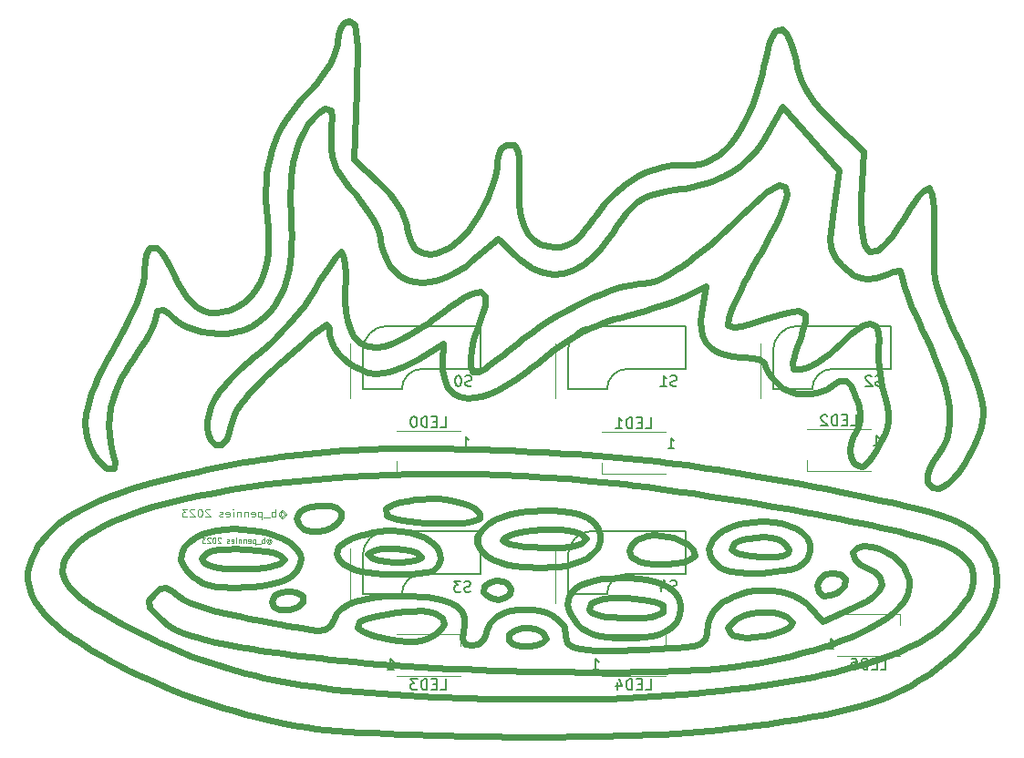
<source format=gbr>
%TF.GenerationSoftware,KiCad,Pcbnew,(6.0.1-0)*%
%TF.CreationDate,2023-10-08T20:28:28-07:00*%
%TF.ProjectId,pizzapad,70697a7a-6170-4616-942e-6b696361645f,rev?*%
%TF.SameCoordinates,Original*%
%TF.FileFunction,Legend,Bot*%
%TF.FilePolarity,Positive*%
%FSLAX46Y46*%
G04 Gerber Fmt 4.6, Leading zero omitted, Abs format (unit mm)*
G04 Created by KiCad (PCBNEW (6.0.1-0)) date 2023-10-08 20:28:28*
%MOMM*%
%LPD*%
G01*
G04 APERTURE LIST*
%ADD10C,0.100000*%
%ADD11C,0.600000*%
%ADD12C,0.150000*%
%ADD13C,0.200000*%
%ADD14C,0.120000*%
G04 APERTURE END LIST*
D10*
X135385428Y-117838142D02*
X135421142Y-117802428D01*
X135492571Y-117766714D01*
X135564000Y-117766714D01*
X135635428Y-117802428D01*
X135671142Y-117838142D01*
X135706857Y-117909571D01*
X135706857Y-117981000D01*
X135671142Y-118052428D01*
X135635428Y-118088142D01*
X135564000Y-118123857D01*
X135492571Y-118123857D01*
X135421142Y-118088142D01*
X135385428Y-118052428D01*
X135385428Y-117766714D02*
X135385428Y-118052428D01*
X135349714Y-118088142D01*
X135314000Y-118088142D01*
X135242571Y-118052428D01*
X135206857Y-117981000D01*
X135206857Y-117802428D01*
X135278285Y-117695285D01*
X135385428Y-117623857D01*
X135528285Y-117588142D01*
X135671142Y-117623857D01*
X135778285Y-117695285D01*
X135849714Y-117802428D01*
X135885428Y-117945285D01*
X135849714Y-118088142D01*
X135778285Y-118195285D01*
X135671142Y-118266714D01*
X135528285Y-118302428D01*
X135385428Y-118266714D01*
X135278285Y-118195285D01*
X134885428Y-118195285D02*
X134885428Y-117445285D01*
X134885428Y-117731000D02*
X134814000Y-117695285D01*
X134671142Y-117695285D01*
X134599714Y-117731000D01*
X134564000Y-117766714D01*
X134528285Y-117838142D01*
X134528285Y-118052428D01*
X134564000Y-118123857D01*
X134599714Y-118159571D01*
X134671142Y-118195285D01*
X134814000Y-118195285D01*
X134885428Y-118159571D01*
X134385428Y-118266714D02*
X133814000Y-118266714D01*
X133635428Y-117695285D02*
X133635428Y-118445285D01*
X133635428Y-117731000D02*
X133564000Y-117695285D01*
X133421142Y-117695285D01*
X133349714Y-117731000D01*
X133314000Y-117766714D01*
X133278285Y-117838142D01*
X133278285Y-118052428D01*
X133314000Y-118123857D01*
X133349714Y-118159571D01*
X133421142Y-118195285D01*
X133564000Y-118195285D01*
X133635428Y-118159571D01*
X132671142Y-118159571D02*
X132742571Y-118195285D01*
X132885428Y-118195285D01*
X132956857Y-118159571D01*
X132992571Y-118088142D01*
X132992571Y-117802428D01*
X132956857Y-117731000D01*
X132885428Y-117695285D01*
X132742571Y-117695285D01*
X132671142Y-117731000D01*
X132635428Y-117802428D01*
X132635428Y-117873857D01*
X132992571Y-117945285D01*
X132314000Y-117695285D02*
X132314000Y-118195285D01*
X132314000Y-117766714D02*
X132278285Y-117731000D01*
X132206857Y-117695285D01*
X132099714Y-117695285D01*
X132028285Y-117731000D01*
X131992571Y-117802428D01*
X131992571Y-118195285D01*
X131635428Y-117695285D02*
X131635428Y-118195285D01*
X131635428Y-117766714D02*
X131599714Y-117731000D01*
X131528285Y-117695285D01*
X131421142Y-117695285D01*
X131349714Y-117731000D01*
X131314000Y-117802428D01*
X131314000Y-118195285D01*
X130956857Y-118195285D02*
X130956857Y-117695285D01*
X130956857Y-117445285D02*
X130992571Y-117481000D01*
X130956857Y-117516714D01*
X130921142Y-117481000D01*
X130956857Y-117445285D01*
X130956857Y-117516714D01*
X130314000Y-118159571D02*
X130385428Y-118195285D01*
X130528285Y-118195285D01*
X130599714Y-118159571D01*
X130635428Y-118088142D01*
X130635428Y-117802428D01*
X130599714Y-117731000D01*
X130528285Y-117695285D01*
X130385428Y-117695285D01*
X130314000Y-117731000D01*
X130278285Y-117802428D01*
X130278285Y-117873857D01*
X130635428Y-117945285D01*
X129992571Y-118159571D02*
X129921142Y-118195285D01*
X129778285Y-118195285D01*
X129706857Y-118159571D01*
X129671142Y-118088142D01*
X129671142Y-118052428D01*
X129706857Y-117981000D01*
X129778285Y-117945285D01*
X129885428Y-117945285D01*
X129956857Y-117909571D01*
X129992571Y-117838142D01*
X129992571Y-117802428D01*
X129956857Y-117731000D01*
X129885428Y-117695285D01*
X129778285Y-117695285D01*
X129706857Y-117731000D01*
X128814000Y-117516714D02*
X128778285Y-117481000D01*
X128706857Y-117445285D01*
X128528285Y-117445285D01*
X128456857Y-117481000D01*
X128421142Y-117516714D01*
X128385428Y-117588142D01*
X128385428Y-117659571D01*
X128421142Y-117766714D01*
X128849714Y-118195285D01*
X128385428Y-118195285D01*
X127921142Y-117445285D02*
X127849714Y-117445285D01*
X127778285Y-117481000D01*
X127742571Y-117516714D01*
X127706857Y-117588142D01*
X127671142Y-117731000D01*
X127671142Y-117909571D01*
X127706857Y-118052428D01*
X127742571Y-118123857D01*
X127778285Y-118159571D01*
X127849714Y-118195285D01*
X127921142Y-118195285D01*
X127992571Y-118159571D01*
X128028285Y-118123857D01*
X128064000Y-118052428D01*
X128099714Y-117909571D01*
X128099714Y-117731000D01*
X128064000Y-117588142D01*
X128028285Y-117516714D01*
X127992571Y-117481000D01*
X127921142Y-117445285D01*
X127385428Y-117516714D02*
X127349714Y-117481000D01*
X127278285Y-117445285D01*
X127099714Y-117445285D01*
X127028285Y-117481000D01*
X126992571Y-117516714D01*
X126956857Y-117588142D01*
X126956857Y-117659571D01*
X126992571Y-117766714D01*
X127421142Y-118195285D01*
X126956857Y-118195285D01*
X126706857Y-117445285D02*
X126242571Y-117445285D01*
X126492571Y-117731000D01*
X126385428Y-117731000D01*
X126314000Y-117766714D01*
X126278285Y-117802428D01*
X126242571Y-117873857D01*
X126242571Y-118052428D01*
X126278285Y-118123857D01*
X126314000Y-118159571D01*
X126385428Y-118195285D01*
X126599714Y-118195285D01*
X126671142Y-118159571D01*
X126706857Y-118123857D01*
X134198952Y-120384095D02*
X134222761Y-120360285D01*
X134270380Y-120336476D01*
X134318000Y-120336476D01*
X134365619Y-120360285D01*
X134389428Y-120384095D01*
X134413238Y-120431714D01*
X134413238Y-120479333D01*
X134389428Y-120526952D01*
X134365619Y-120550761D01*
X134318000Y-120574571D01*
X134270380Y-120574571D01*
X134222761Y-120550761D01*
X134198952Y-120526952D01*
X134198952Y-120336476D02*
X134198952Y-120526952D01*
X134175142Y-120550761D01*
X134151333Y-120550761D01*
X134103714Y-120526952D01*
X134079904Y-120479333D01*
X134079904Y-120360285D01*
X134127523Y-120288857D01*
X134198952Y-120241238D01*
X134294190Y-120217428D01*
X134389428Y-120241238D01*
X134460857Y-120288857D01*
X134508476Y-120360285D01*
X134532285Y-120455523D01*
X134508476Y-120550761D01*
X134460857Y-120622190D01*
X134389428Y-120669809D01*
X134294190Y-120693619D01*
X134198952Y-120669809D01*
X134127523Y-120622190D01*
X133865619Y-120622190D02*
X133865619Y-120122190D01*
X133865619Y-120312666D02*
X133818000Y-120288857D01*
X133722761Y-120288857D01*
X133675142Y-120312666D01*
X133651333Y-120336476D01*
X133627523Y-120384095D01*
X133627523Y-120526952D01*
X133651333Y-120574571D01*
X133675142Y-120598380D01*
X133722761Y-120622190D01*
X133818000Y-120622190D01*
X133865619Y-120598380D01*
X133532285Y-120669809D02*
X133151333Y-120669809D01*
X133032285Y-120288857D02*
X133032285Y-120788857D01*
X133032285Y-120312666D02*
X132984666Y-120288857D01*
X132889428Y-120288857D01*
X132841809Y-120312666D01*
X132818000Y-120336476D01*
X132794190Y-120384095D01*
X132794190Y-120526952D01*
X132818000Y-120574571D01*
X132841809Y-120598380D01*
X132889428Y-120622190D01*
X132984666Y-120622190D01*
X133032285Y-120598380D01*
X132389428Y-120598380D02*
X132437047Y-120622190D01*
X132532285Y-120622190D01*
X132579904Y-120598380D01*
X132603714Y-120550761D01*
X132603714Y-120360285D01*
X132579904Y-120312666D01*
X132532285Y-120288857D01*
X132437047Y-120288857D01*
X132389428Y-120312666D01*
X132365619Y-120360285D01*
X132365619Y-120407904D01*
X132603714Y-120455523D01*
X132151333Y-120288857D02*
X132151333Y-120622190D01*
X132151333Y-120336476D02*
X132127523Y-120312666D01*
X132079904Y-120288857D01*
X132008476Y-120288857D01*
X131960857Y-120312666D01*
X131937047Y-120360285D01*
X131937047Y-120622190D01*
X131698952Y-120288857D02*
X131698952Y-120622190D01*
X131698952Y-120336476D02*
X131675142Y-120312666D01*
X131627523Y-120288857D01*
X131556095Y-120288857D01*
X131508476Y-120312666D01*
X131484666Y-120360285D01*
X131484666Y-120622190D01*
X131246571Y-120622190D02*
X131246571Y-120288857D01*
X131246571Y-120122190D02*
X131270380Y-120146000D01*
X131246571Y-120169809D01*
X131222761Y-120146000D01*
X131246571Y-120122190D01*
X131246571Y-120169809D01*
X130818000Y-120598380D02*
X130865619Y-120622190D01*
X130960857Y-120622190D01*
X131008476Y-120598380D01*
X131032285Y-120550761D01*
X131032285Y-120360285D01*
X131008476Y-120312666D01*
X130960857Y-120288857D01*
X130865619Y-120288857D01*
X130818000Y-120312666D01*
X130794190Y-120360285D01*
X130794190Y-120407904D01*
X131032285Y-120455523D01*
X130603714Y-120598380D02*
X130556095Y-120622190D01*
X130460857Y-120622190D01*
X130413238Y-120598380D01*
X130389428Y-120550761D01*
X130389428Y-120526952D01*
X130413238Y-120479333D01*
X130460857Y-120455523D01*
X130532285Y-120455523D01*
X130579904Y-120431714D01*
X130603714Y-120384095D01*
X130603714Y-120360285D01*
X130579904Y-120312666D01*
X130532285Y-120288857D01*
X130460857Y-120288857D01*
X130413238Y-120312666D01*
X129818000Y-120169809D02*
X129794190Y-120146000D01*
X129746571Y-120122190D01*
X129627523Y-120122190D01*
X129579904Y-120146000D01*
X129556095Y-120169809D01*
X129532285Y-120217428D01*
X129532285Y-120265047D01*
X129556095Y-120336476D01*
X129841809Y-120622190D01*
X129532285Y-120622190D01*
X129222761Y-120122190D02*
X129175142Y-120122190D01*
X129127523Y-120146000D01*
X129103714Y-120169809D01*
X129079904Y-120217428D01*
X129056095Y-120312666D01*
X129056095Y-120431714D01*
X129079904Y-120526952D01*
X129103714Y-120574571D01*
X129127523Y-120598380D01*
X129175142Y-120622190D01*
X129222761Y-120622190D01*
X129270380Y-120598380D01*
X129294190Y-120574571D01*
X129318000Y-120526952D01*
X129341809Y-120431714D01*
X129341809Y-120312666D01*
X129318000Y-120217428D01*
X129294190Y-120169809D01*
X129270380Y-120146000D01*
X129222761Y-120122190D01*
X128865619Y-120169809D02*
X128841809Y-120146000D01*
X128794190Y-120122190D01*
X128675142Y-120122190D01*
X128627523Y-120146000D01*
X128603714Y-120169809D01*
X128579904Y-120217428D01*
X128579904Y-120265047D01*
X128603714Y-120336476D01*
X128889428Y-120622190D01*
X128579904Y-120622190D01*
X128413238Y-120122190D02*
X128103714Y-120122190D01*
X128270380Y-120312666D01*
X128198952Y-120312666D01*
X128151333Y-120336476D01*
X128127523Y-120360285D01*
X128103714Y-120407904D01*
X128103714Y-120526952D01*
X128127523Y-120574571D01*
X128151333Y-120598380D01*
X128198952Y-120622190D01*
X128341809Y-120622190D01*
X128389428Y-120598380D01*
X128413238Y-120574571D01*
D11*
X167055205Y-129419605D02*
X166439161Y-129390254D01*
X165706406Y-129326617D01*
X165067120Y-129232551D01*
X164386437Y-129068147D01*
X163821766Y-128846894D01*
X163273802Y-128499071D01*
X162905625Y-128134555D01*
X162905625Y-128134555D02*
X162905625Y-128134555D01*
X182864745Y-127969645D02*
X182399611Y-127445831D01*
X181829307Y-127207288D01*
X181119229Y-127061539D01*
X180328004Y-127012238D01*
X179716600Y-127040754D01*
X179117261Y-127127118D01*
X178379660Y-127334919D01*
X177766105Y-127651955D01*
X137225255Y-122041045D02*
X137084021Y-122760721D01*
X136714110Y-123357407D01*
X136244438Y-123750852D01*
X135612821Y-124073554D01*
X135028663Y-124271286D01*
X134346589Y-124432713D01*
X133563676Y-124559328D01*
X132677001Y-124652627D01*
X132026795Y-124697055D01*
X128301645Y-122505785D02*
X128895157Y-122758308D01*
X129584791Y-122880365D01*
X130211031Y-122945728D01*
X130900836Y-122987413D01*
X131627315Y-123004308D01*
X132363580Y-122995299D01*
X133082741Y-122959271D01*
X133757909Y-122895113D01*
X134362195Y-122801710D01*
X134543225Y-122763885D01*
X144441665Y-87095900D02*
X144975162Y-87611903D01*
X145454643Y-88137715D01*
X145878314Y-88670473D01*
X146244383Y-89207314D01*
X146551057Y-89745376D01*
X146848145Y-90415311D01*
X147046126Y-91077091D01*
X147096785Y-91338268D01*
X168925665Y-96525908D02*
X169623979Y-96428986D01*
X170263423Y-96206971D01*
X170989026Y-95865808D01*
X171514841Y-95576102D01*
X172070270Y-95239336D01*
X172651840Y-94857868D01*
X173256079Y-94434055D01*
X173879517Y-93970257D01*
X174518680Y-93468831D01*
X175170098Y-92932134D01*
X175830298Y-92362526D01*
X176495809Y-91762363D01*
X177163158Y-91134004D01*
X177828875Y-90479808D01*
X170652885Y-130423045D02*
X171315692Y-130385267D01*
X172176056Y-130326597D01*
X172888211Y-130261060D01*
X173631335Y-130154326D01*
X174275038Y-129973080D01*
X174759670Y-129588432D01*
X174918793Y-128993392D01*
X174925295Y-128887495D01*
X135168175Y-104041568D02*
X134645226Y-104518655D01*
X134158218Y-104974592D01*
X133706530Y-105410161D01*
X133093862Y-106027028D01*
X132557171Y-106602453D01*
X132094360Y-107139069D01*
X131703335Y-107639510D01*
X131290014Y-108255041D01*
X130995620Y-108817183D01*
X130787304Y-109454291D01*
X130766155Y-109573945D01*
X185334555Y-125196845D02*
X185187489Y-124547549D01*
X185412472Y-123953198D01*
X185927671Y-123526665D01*
X186552208Y-123379846D01*
X186651255Y-123380825D01*
X134575825Y-125999815D02*
X134832050Y-125421726D01*
X135381308Y-125153833D01*
X136030009Y-125085302D01*
X136220285Y-125088955D01*
X174925295Y-128887495D02*
X175002165Y-128169325D01*
X175169189Y-127555257D01*
X175508965Y-126927946D01*
X175925184Y-126473292D01*
X176477792Y-126059457D01*
X177027785Y-125744491D01*
X177341295Y-125588895D01*
X147628705Y-125547175D02*
X148337432Y-125586710D01*
X148987825Y-125646330D01*
X149855458Y-125774414D01*
X150595490Y-125950246D01*
X151210111Y-126175365D01*
X151838308Y-126554844D01*
X152252639Y-127028314D01*
X152458295Y-127599416D01*
X152460467Y-128271792D01*
X152331685Y-128844725D01*
X166187075Y-91724548D02*
X165666273Y-92488415D01*
X165136947Y-93169710D01*
X164599798Y-93768258D01*
X164055525Y-94283886D01*
X163504831Y-94716422D01*
X162948415Y-95065691D01*
X162386978Y-95331521D01*
X161536943Y-95573439D01*
X160679553Y-95626644D01*
X159817175Y-95490552D01*
X159240652Y-95294370D01*
X158663663Y-95013623D01*
X158086910Y-94648138D01*
X157511093Y-94197742D01*
X157223755Y-93940648D01*
X188831895Y-107229635D02*
X188576884Y-106580871D01*
X188281277Y-105980199D01*
X187874605Y-105508882D01*
X187207869Y-105519894D01*
X186700175Y-105875318D01*
X191855435Y-95560068D02*
X191192224Y-95842406D01*
X190580121Y-96017313D01*
X189871386Y-96081883D01*
X189206799Y-95971692D01*
X188566522Y-95682908D01*
X188058473Y-95320718D01*
X187543130Y-94839813D01*
X187411965Y-94700808D01*
X133256745Y-103013648D02*
X133812939Y-102550983D01*
X134378129Y-102042472D01*
X134945210Y-101496223D01*
X135507078Y-100920339D01*
X136056629Y-100322928D01*
X136586760Y-99712094D01*
X137090365Y-99095945D01*
X137560341Y-98482586D01*
X137989583Y-97880123D01*
X138370989Y-97296662D01*
X138595175Y-96922248D01*
X174880245Y-96776658D02*
X172997065Y-97656568D01*
X161832215Y-129216245D02*
X161983783Y-129889824D01*
X162476326Y-130271077D01*
X163186484Y-130468675D01*
X163939165Y-130559098D01*
X164558477Y-130593610D01*
X165279734Y-130608591D01*
X166109726Y-130604970D01*
X167055246Y-130583675D01*
X168123084Y-130545637D01*
X169320033Y-130491783D01*
X169969047Y-130459217D01*
X170652885Y-130423045D01*
X127483135Y-120105355D02*
X128054440Y-119805497D01*
X128708518Y-119577201D01*
X129428706Y-119417157D01*
X130198340Y-119322053D01*
X131000757Y-119288579D01*
X131819292Y-119313424D01*
X132637284Y-119393278D01*
X133438068Y-119524828D01*
X134204981Y-119704766D01*
X134921360Y-119929779D01*
X135570540Y-120196557D01*
X136135860Y-120501789D01*
X136790147Y-121024497D01*
X137162015Y-121615103D01*
X137225255Y-122041045D01*
X119969145Y-102267038D02*
X120301493Y-101687784D01*
X120611588Y-101129491D01*
X120899657Y-100591580D01*
X121290953Y-99821668D01*
X121633959Y-99094371D01*
X121929439Y-98407740D01*
X122178156Y-97759828D01*
X122380873Y-97148687D01*
X122580926Y-96387663D01*
X122702366Y-95683929D01*
X122742945Y-95190948D01*
X170256025Y-127324325D02*
X170256025Y-127324325D01*
X186651255Y-123380825D02*
X187325434Y-123517847D01*
X187795144Y-123949420D01*
X187710124Y-124603363D01*
X187276637Y-125037482D01*
X186943105Y-125230295D01*
X145192355Y-118024385D02*
X145192355Y-118024385D01*
X140286815Y-127745285D02*
X140565981Y-127174767D01*
X141029450Y-126688196D01*
X141676296Y-126285848D01*
X142281213Y-126039525D01*
X142988366Y-125840852D01*
X143797364Y-125689944D01*
X144393083Y-125615934D01*
X145033777Y-125563239D01*
X145719329Y-125531896D01*
X146449624Y-125521938D01*
X147224545Y-125533400D01*
X147628705Y-125547175D01*
X185334285Y-125196895D02*
X185334555Y-125196845D01*
X190858455Y-102294328D02*
X190828860Y-102902791D01*
X190854869Y-103535545D01*
X190922552Y-104245511D01*
X191003937Y-104845729D01*
X191107251Y-105455337D01*
X191230386Y-106056546D01*
X191371235Y-106631568D01*
X184582735Y-83033262D02*
X181953905Y-80101818D01*
X189469105Y-84215670D02*
X189288945Y-88701653D01*
X196511905Y-128574445D02*
X197236341Y-127954710D01*
X197867660Y-127344506D01*
X198405783Y-126745470D01*
X198850632Y-126159241D01*
X199202130Y-125587457D01*
X199460198Y-125031758D01*
X199671950Y-124231950D01*
X199673048Y-123477548D01*
X199463229Y-122774082D01*
X199042232Y-122127081D01*
X198409793Y-121542076D01*
X197870570Y-121189245D01*
X197237178Y-120868064D01*
X196885145Y-120719855D01*
X128661185Y-110459345D02*
X128554190Y-109860168D01*
X128556880Y-109243115D01*
X128669805Y-108607293D01*
X128893517Y-107951811D01*
X129228564Y-107275776D01*
X129675498Y-106578297D01*
X130234869Y-105858482D01*
X130670519Y-105365755D01*
X131156548Y-104862441D01*
X131693121Y-104348275D01*
X132280398Y-103822992D01*
X132918545Y-103286329D01*
X133256745Y-103013648D01*
X153867845Y-118328655D02*
X153154025Y-118613607D01*
X152357679Y-118716560D01*
X151717518Y-118758401D01*
X151014637Y-118779673D01*
X150270200Y-118781117D01*
X149505372Y-118763477D01*
X148741317Y-118727494D01*
X147999198Y-118673911D01*
X147300181Y-118603471D01*
X146665429Y-118516915D01*
X145880094Y-118358488D01*
X145255442Y-118097778D01*
X145192355Y-118024385D01*
X148435445Y-121845935D02*
X147954880Y-121454857D01*
X147357765Y-121286931D01*
X146710737Y-121182381D01*
X146102219Y-121130654D01*
X145974845Y-121124725D01*
X189733485Y-122862235D02*
X189114692Y-122526682D01*
X188635185Y-122066300D01*
X188486153Y-121447985D01*
X188909748Y-121002463D01*
X189540436Y-120877089D01*
X190230505Y-120936495D01*
X130492555Y-99003068D02*
X131249768Y-98703208D01*
X131927309Y-98285755D01*
X132523015Y-97755756D01*
X133034721Y-97118258D01*
X133460266Y-96378310D01*
X133797485Y-95540959D01*
X133972160Y-94931105D01*
X134105977Y-94281699D01*
X134198295Y-93594238D01*
X134248472Y-92870216D01*
X134255869Y-92111130D01*
X134219843Y-91318476D01*
X134139755Y-90493748D01*
X154211405Y-125184855D02*
X154211405Y-125184855D01*
X180275785Y-103892058D02*
X179774686Y-103530377D01*
X179115962Y-103386087D01*
X178500126Y-103322385D01*
X178048695Y-103305628D01*
X183062665Y-103235148D02*
X182867233Y-103849051D01*
X182980086Y-104454601D01*
X183606615Y-104422256D01*
X184057995Y-104320808D01*
X121656665Y-103543848D02*
X121272794Y-104115798D01*
X120925655Y-104682581D01*
X120615110Y-105244867D01*
X120341023Y-105803327D01*
X120103257Y-106358633D01*
X119814412Y-107187147D01*
X119606522Y-108012340D01*
X119479126Y-108836478D01*
X119431764Y-109661826D01*
X119463975Y-110490652D01*
X119575298Y-111325219D01*
X119765271Y-112167795D01*
X119845995Y-112450825D01*
X152991485Y-104065128D02*
X153143799Y-104690083D01*
X153750586Y-104732123D01*
X154269529Y-104429331D01*
X154791985Y-104057389D01*
X155446111Y-103553243D01*
X155963103Y-103140122D01*
X156550252Y-102662879D01*
X157212215Y-102119368D01*
X181953905Y-80101818D02*
X180532805Y-82631211D01*
X123680495Y-125284375D02*
X124164912Y-124884595D01*
X124767485Y-124738828D01*
X125314069Y-125073479D01*
X125709785Y-125441435D01*
X190230505Y-120936495D02*
X190961918Y-121132034D01*
X191639205Y-121431854D01*
X192247976Y-121821070D01*
X192773838Y-122284798D01*
X193202401Y-122808155D01*
X193519272Y-123376255D01*
X193710060Y-123974217D01*
X193760375Y-124587155D01*
X160804895Y-93090068D02*
X161412945Y-93065634D01*
X162070107Y-92876746D01*
X162599043Y-92554534D01*
X163148906Y-92053562D01*
X163627755Y-91505846D01*
X164021564Y-91000231D01*
X164453626Y-90406823D01*
X164607475Y-90188498D01*
X163348195Y-120636275D02*
X163348195Y-120636275D01*
X188470365Y-126656665D02*
X189024815Y-126400059D01*
X189739679Y-126013812D01*
X190313634Y-125628161D01*
X190858290Y-125119178D01*
X191181791Y-124499607D01*
X191040882Y-123795719D01*
X190623211Y-123359647D01*
X189944272Y-122956989D01*
X189733485Y-122862235D01*
X143464295Y-121646325D02*
X143944870Y-122037394D01*
X144541995Y-122205323D01*
X145189030Y-122309877D01*
X145797550Y-122361605D01*
X145924925Y-122367535D01*
X141014315Y-93541468D02*
X141270644Y-94101339D01*
X141351589Y-94773698D01*
X141381473Y-95496665D01*
X141374767Y-96173269D01*
X141369705Y-96314548D01*
X139371475Y-117125175D02*
X139973193Y-117168777D01*
X140572413Y-117296010D01*
X141026179Y-117755380D01*
X140994635Y-118279565D01*
X177766105Y-127651955D02*
X177286887Y-128015316D01*
X176904628Y-128487213D01*
X177186757Y-129049220D01*
X177300175Y-129135145D01*
X145510685Y-94826838D02*
X145200916Y-94267389D01*
X144942492Y-93652290D01*
X144754403Y-93038920D01*
X144649934Y-92413643D01*
X144646625Y-92216548D01*
X180415175Y-118603875D02*
X181024501Y-118647573D01*
X181858944Y-118778978D01*
X182592162Y-118983326D01*
X183217665Y-119253770D01*
X183728964Y-119583464D01*
X184221828Y-120103390D01*
X184484741Y-120700250D01*
X184502319Y-121357818D01*
X184259180Y-122059863D01*
X184035035Y-122422495D01*
X188191405Y-116026315D02*
X189042385Y-116203537D01*
X189850540Y-116373773D01*
X190617193Y-116537509D01*
X191343671Y-116695234D01*
X192031299Y-116847436D01*
X192681402Y-116994602D01*
X193295306Y-117137221D01*
X194419817Y-117410771D01*
X195415436Y-117671987D01*
X196292766Y-117924776D01*
X197062411Y-118173042D01*
X197734973Y-118420688D01*
X198321057Y-118671619D01*
X199061231Y-119062717D01*
X199666472Y-119483168D01*
X200172566Y-119946151D01*
X200615301Y-120464841D01*
X200754985Y-120652395D01*
X153097165Y-130123595D02*
X153701431Y-129999372D01*
X154167889Y-129597721D01*
X154438613Y-129028654D01*
X154492475Y-128799995D01*
X200754985Y-120652395D02*
X201143038Y-121253848D01*
X201448728Y-121870668D01*
X201672442Y-122501646D01*
X201814567Y-123145577D01*
X201875489Y-123801252D01*
X201855594Y-124467465D01*
X201755269Y-125143009D01*
X201574902Y-125826677D01*
X201314878Y-126517261D01*
X200975585Y-127213555D01*
X200557408Y-127914352D01*
X200060736Y-128618444D01*
X199485953Y-129324624D01*
X198833448Y-130031685D01*
X198103606Y-130738421D01*
X197296815Y-131443625D01*
X156507515Y-83581506D02*
X157109671Y-83646642D01*
X157425350Y-84168432D01*
X157486757Y-84881897D01*
X157498180Y-85513060D01*
X157497163Y-86324615D01*
X157492250Y-86977212D01*
X157485825Y-87727001D01*
X127350545Y-123810995D02*
X126788738Y-123310286D01*
X126392049Y-122823505D01*
X126128487Y-122232167D01*
X126153091Y-121543558D01*
X126457811Y-120983533D01*
X126887713Y-120542298D01*
X127483135Y-120105355D01*
X181455255Y-105754508D02*
X181044453Y-105273726D01*
X180654034Y-104733987D01*
X180341312Y-104163429D01*
X180275785Y-103892058D01*
X186676945Y-89644718D02*
X187211625Y-85964686D01*
X163356085Y-122262095D02*
X162633673Y-122520010D01*
X161778451Y-122707791D01*
X161153066Y-122795117D01*
X160496475Y-122852926D01*
X159819806Y-122881878D01*
X159134188Y-122882635D01*
X158450750Y-122855858D01*
X157780619Y-122802209D01*
X157134924Y-122722348D01*
X156524795Y-122616937D01*
X155700628Y-122412361D01*
X155019079Y-122154016D01*
X154397115Y-121729775D01*
X115741025Y-121431895D02*
X115376896Y-122023877D01*
X115155099Y-122591904D01*
X115090789Y-123326737D01*
X115303545Y-124054326D01*
X115653196Y-124607414D01*
X116172214Y-125176306D01*
X116866392Y-125769525D01*
X117429349Y-126182725D01*
X118074446Y-126613048D01*
X118803399Y-127063019D01*
X119617925Y-127535160D01*
X120057815Y-127780335D01*
X134543225Y-122763885D02*
X134543225Y-122764025D01*
X148151465Y-103492568D02*
X147520121Y-103850225D01*
X146845276Y-104171299D01*
X146158840Y-104444757D01*
X145492727Y-104659567D01*
X144878849Y-104804696D01*
X144256077Y-104871339D01*
X144167935Y-104869808D01*
X184431605Y-126486375D02*
X185704475Y-127865765D01*
X184057995Y-104320808D02*
X184700619Y-104066892D01*
X185253351Y-103755073D01*
X185851710Y-103357027D01*
X186343996Y-102989839D01*
X186832479Y-102590318D01*
X187302491Y-102168622D01*
X187634055Y-101843908D01*
X156542835Y-129670865D02*
X157031976Y-130034559D01*
X157685160Y-130184876D01*
X158430666Y-130204002D01*
X159145760Y-130099143D01*
X159707706Y-129877502D01*
X160007075Y-129467525D01*
X137359545Y-128519825D02*
X138099474Y-128638142D01*
X138821960Y-128713398D01*
X139441937Y-128683966D01*
X140002697Y-128358910D01*
X140286815Y-127745285D01*
X162860305Y-119631135D02*
X162076196Y-119451149D01*
X161336022Y-119379764D01*
X160512631Y-119358190D01*
X159648457Y-119382192D01*
X158785935Y-119447535D01*
X157967497Y-119549980D01*
X157235578Y-119685294D01*
X156632611Y-119849241D01*
X156029481Y-120174606D01*
X155965535Y-120319335D01*
X176244075Y-122933695D02*
X176244075Y-122933695D01*
X144646625Y-92216548D02*
X144477609Y-91533691D01*
X144201310Y-90948072D01*
X143900977Y-90417669D01*
X143540511Y-89849950D01*
X143129467Y-89261265D01*
X142677399Y-88667968D01*
X142317175Y-88229804D01*
X182538225Y-121192895D02*
X182168861Y-120632510D01*
X181591827Y-120295382D01*
X180957249Y-120122915D01*
X180207113Y-120055119D01*
X179539036Y-120080061D01*
X178823119Y-120178536D01*
X178638025Y-120214985D01*
X141306085Y-122613275D02*
X140853838Y-122188632D01*
X140546406Y-121595662D01*
X140757428Y-120960455D01*
X141288741Y-120536975D01*
X141944785Y-120212561D01*
X142572722Y-119975982D01*
X143317975Y-119743995D01*
X188732795Y-110386255D02*
X189005955Y-109841376D01*
X189174626Y-109226550D01*
X189183456Y-108579471D01*
X189065166Y-107955603D01*
X188878710Y-107359255D01*
X188831895Y-107229635D01*
X155548315Y-92378198D02*
X153123265Y-94398358D01*
X184035035Y-122422495D02*
X183372633Y-122833204D01*
X182706792Y-123031952D01*
X181898000Y-123191113D01*
X181302964Y-123273682D01*
X180679758Y-123336336D01*
X180042528Y-123378147D01*
X179405419Y-123398188D01*
X178782575Y-123395530D01*
X177906004Y-123346952D01*
X177141099Y-123242082D01*
X176535603Y-123077786D01*
X176244075Y-122933695D01*
X193760375Y-124587155D02*
X193563211Y-125436490D01*
X193255780Y-125998273D01*
X192813265Y-126553826D01*
X192240560Y-127100853D01*
X191542558Y-127637060D01*
X190724151Y-128160151D01*
X189790233Y-128667831D01*
X188745696Y-129157805D01*
X188183474Y-129395435D01*
X187595432Y-129627778D01*
X186982183Y-129854546D01*
X186344336Y-130075454D01*
X185682505Y-130290214D01*
X184997300Y-130498539D01*
X184289333Y-130700143D01*
X183559216Y-130894738D01*
X182807560Y-131082037D01*
X182034977Y-131261755D01*
X181242079Y-131433603D01*
X180429477Y-131597295D01*
X179597783Y-131752543D01*
X178747608Y-131899062D01*
X177879565Y-132036565D01*
X137864325Y-78768277D02*
X138337093Y-78257398D01*
X138764702Y-77762911D01*
X139147596Y-77284058D01*
X139589336Y-76668600D01*
X139953434Y-76077797D01*
X140240945Y-75509856D01*
X140494246Y-74829345D01*
X140631597Y-74178249D01*
X140645335Y-74051252D01*
X200616815Y-108590305D02*
X200523583Y-109315195D01*
X200316906Y-110111772D01*
X200014686Y-110950151D01*
X199768967Y-111517538D01*
X199494046Y-112081368D01*
X199195228Y-112632788D01*
X198877816Y-113162943D01*
X198378441Y-113898935D01*
X197867069Y-114537276D01*
X197361604Y-115048083D01*
X196727781Y-115479124D01*
X196440005Y-115567565D01*
X154625005Y-118823165D02*
X155305164Y-118415338D01*
X155980094Y-118156359D01*
X156765109Y-117940726D01*
X157632147Y-117771279D01*
X158241881Y-117685376D01*
X158867283Y-117622103D01*
X159500036Y-117582302D01*
X160131827Y-117566814D01*
X160754340Y-117576481D01*
X161359261Y-117612143D01*
X162215467Y-117716219D01*
X162985318Y-117883518D01*
X163217895Y-117953825D01*
X156671245Y-125331055D02*
X156137670Y-125737149D01*
X155515040Y-125843803D01*
X154881407Y-125726337D01*
X154365030Y-125392370D01*
X154211405Y-125184855D01*
X185704475Y-127865765D02*
X188470365Y-126656665D01*
X187211625Y-85964686D02*
X184582735Y-83033262D01*
X195605655Y-87641453D02*
X195833054Y-88216493D01*
X195927444Y-88850098D01*
X195983663Y-89486113D01*
X196020896Y-90216092D01*
X196037445Y-91020822D01*
X196035262Y-91661864D01*
X196019775Y-92326038D01*
X150253415Y-127457825D02*
X149731555Y-127106548D01*
X149034794Y-126945569D01*
X148365601Y-126911252D01*
X147710885Y-126930768D01*
X146938183Y-126991000D01*
X146274629Y-127062320D01*
X146036525Y-127090995D01*
X196452505Y-112296745D02*
X196876869Y-111675610D01*
X197191585Y-110977995D01*
X197396530Y-110202757D01*
X197491584Y-109348759D01*
X197493842Y-108735108D01*
X197447170Y-108085609D01*
X197351531Y-107399922D01*
X197206889Y-106677711D01*
X197013209Y-105918639D01*
X196770455Y-105122366D01*
X196478590Y-104288557D01*
X196137579Y-103416872D01*
X195747386Y-102506975D01*
X195307975Y-101558528D01*
X164607475Y-90188498D02*
X165036100Y-89604937D01*
X165478649Y-89058926D01*
X165934718Y-88550692D01*
X166403905Y-88080463D01*
X166885808Y-87648468D01*
X167380025Y-87254934D01*
X167886153Y-86900090D01*
X168403791Y-86584163D01*
X169200946Y-86183742D01*
X170021733Y-85872168D01*
X170864795Y-85650210D01*
X171728773Y-85518638D01*
X172612310Y-85478222D01*
X172910935Y-85485140D01*
X172910935Y-85485140D02*
X173582258Y-85469967D01*
X174227611Y-85369530D01*
X174846937Y-85183903D01*
X175440178Y-84913166D01*
X176007281Y-84557395D01*
X176548187Y-84116667D01*
X177062840Y-83591059D01*
X177551186Y-82980649D01*
X178013166Y-82285514D01*
X178448726Y-81505731D01*
X178857808Y-80641377D01*
X179240357Y-79692530D01*
X179596317Y-78659267D01*
X179925630Y-77541665D01*
X180080277Y-76951260D01*
X180228242Y-76339800D01*
X180369516Y-75707294D01*
X180504095Y-75053752D01*
X172577495Y-87685151D02*
X171931613Y-87770828D01*
X171073902Y-87909751D01*
X170331927Y-88072288D01*
X169685893Y-88270954D01*
X169116002Y-88518265D01*
X168440377Y-88945316D01*
X167971169Y-89354804D01*
X167512116Y-89854655D01*
X167043422Y-90457385D01*
X166545292Y-91175509D01*
X166187075Y-91724548D01*
X151232015Y-93019818D02*
X151764632Y-92629708D01*
X152306472Y-92102625D01*
X152844808Y-91461768D01*
X153366911Y-90730339D01*
X153699677Y-90203859D01*
X154015800Y-89654310D01*
X154311509Y-89088566D01*
X154583033Y-88513502D01*
X154826602Y-87935993D01*
X155038444Y-87362911D01*
X155288468Y-86526630D01*
X155445893Y-85738981D01*
X155493115Y-85252356D01*
X167123535Y-99595548D02*
X166306873Y-99827341D01*
X165533156Y-100079628D01*
X164792586Y-100357732D01*
X164075360Y-100666976D01*
X163371680Y-101012684D01*
X162671744Y-101400177D01*
X161965753Y-101834781D01*
X161243906Y-102321816D01*
X160749027Y-102678265D01*
X160239841Y-103061960D01*
X159713445Y-103474478D01*
X159166935Y-103917398D01*
X177879565Y-132036565D02*
X177233465Y-132124616D01*
X176510258Y-132205093D01*
X175714186Y-132278063D01*
X174849492Y-132343595D01*
X173920421Y-132401755D01*
X172931214Y-132452611D01*
X171886116Y-132496230D01*
X170789369Y-132532682D01*
X169645217Y-132562031D01*
X168457903Y-132584348D01*
X167231669Y-132599698D01*
X165970760Y-132608150D01*
X164679418Y-132609771D01*
X163361886Y-132604629D01*
X162022409Y-132592792D01*
X160665228Y-132574326D01*
X159294588Y-132549300D01*
X157914731Y-132517780D01*
X156529900Y-132479836D01*
X155144339Y-132435534D01*
X153762292Y-132384941D01*
X152388000Y-132328127D01*
X151025708Y-132265157D01*
X149679658Y-132196099D01*
X148354094Y-132121022D01*
X147053259Y-132039993D01*
X145781396Y-131953079D01*
X144542748Y-131860348D01*
X143341559Y-131761867D01*
X142182071Y-131657705D01*
X141068529Y-131547928D01*
X140005175Y-131432605D01*
X172515745Y-126655625D02*
X172403865Y-127339885D01*
X172127503Y-127928081D01*
X171687373Y-128419849D01*
X171084190Y-128814828D01*
X170525227Y-129047326D01*
X169875251Y-129225024D01*
X169134561Y-129347768D01*
X168303460Y-129415406D01*
X167699312Y-129429808D01*
X167055205Y-129419605D01*
X125709785Y-125441435D02*
X126325852Y-125876016D01*
X126868640Y-126134199D01*
X127555358Y-126394176D01*
X128397521Y-126658991D01*
X129051006Y-126839723D01*
X129782105Y-127024859D01*
X130594230Y-127215300D01*
X131490792Y-127411946D01*
X132475201Y-127615701D01*
X133550870Y-127827464D01*
X134721209Y-128048139D01*
X135342947Y-128162099D01*
X135989631Y-128278625D01*
X136661688Y-128397829D01*
X137359545Y-128519825D01*
X176244075Y-122933675D02*
X175611893Y-122406741D01*
X175243398Y-121850881D01*
X175131149Y-121097025D01*
X175413030Y-120369231D01*
X175857429Y-119867125D01*
X176481538Y-119423265D01*
X177267362Y-119056330D01*
X177872200Y-118863668D01*
X178535582Y-118719031D01*
X179252176Y-118627955D01*
X180016649Y-118595974D01*
X180415175Y-118603875D01*
X170256025Y-127324345D02*
X170878906Y-127020950D01*
X170839742Y-126397937D01*
X170252514Y-126122913D01*
X169544379Y-125940739D01*
X168886808Y-125833678D01*
X168129813Y-125757313D01*
X167573905Y-125725835D01*
X186638915Y-81490461D02*
X189469105Y-84215670D01*
X132026795Y-124697055D02*
X131365103Y-124725903D01*
X130765128Y-124734542D01*
X130051891Y-124712864D01*
X129426114Y-124651028D01*
X128747506Y-124513580D01*
X128160837Y-124304889D01*
X127543217Y-123953772D01*
X127351395Y-123811015D01*
X150405615Y-103769828D02*
X150474715Y-102048628D01*
X157212215Y-102119368D02*
X157914999Y-101562923D01*
X158657342Y-101017034D01*
X159431604Y-100485349D01*
X160230146Y-99971517D01*
X161045328Y-99479185D01*
X161869511Y-99012001D01*
X162695054Y-98573614D01*
X163514320Y-98167671D01*
X164319667Y-97797821D01*
X165103456Y-97467712D01*
X165858048Y-97180992D01*
X166575803Y-96941309D01*
X167249082Y-96752311D01*
X167870245Y-96617646D01*
X168687560Y-96525503D01*
X168925665Y-96525908D01*
X155965535Y-120319335D02*
X156534327Y-120680352D01*
X157173978Y-120817850D01*
X157975989Y-120923477D01*
X158884504Y-120994839D01*
X159521766Y-121022193D01*
X160164987Y-121032542D01*
X160797618Y-121025176D01*
X161403108Y-120999385D01*
X162224251Y-120924598D01*
X162891232Y-120804360D01*
X163348195Y-120636275D01*
X120057815Y-127780335D02*
X120878813Y-128226343D01*
X121689525Y-128653852D01*
X122491653Y-129063270D01*
X123286899Y-129455007D01*
X124076965Y-129829473D01*
X124863554Y-130187079D01*
X125648367Y-130528233D01*
X126433108Y-130853345D01*
X127219478Y-131162826D01*
X128009179Y-131457085D01*
X128803914Y-131736531D01*
X129605385Y-132001575D01*
X130415294Y-132252626D01*
X131235343Y-132490094D01*
X132067235Y-132714389D01*
X132912672Y-132925921D01*
X133773356Y-133125099D01*
X134650989Y-133312333D01*
X135547274Y-133488033D01*
X136463913Y-133652608D01*
X137402607Y-133806470D01*
X138365060Y-133950026D01*
X139352974Y-134083687D01*
X140368050Y-134207863D01*
X141411991Y-134322964D01*
X142486499Y-134429398D01*
X143593277Y-134527577D01*
X144734026Y-134617910D01*
X145910449Y-134700806D01*
X147124249Y-134776676D01*
X148377126Y-134845929D01*
X149670785Y-134908975D01*
X142135625Y-84994850D02*
X144441665Y-87095900D01*
X163217895Y-117953825D02*
X163831093Y-118216305D01*
X164457602Y-118677095D01*
X164864670Y-119231696D01*
X165051151Y-119844283D01*
X165015896Y-120479034D01*
X164757758Y-121100127D01*
X164275588Y-121671738D01*
X163766250Y-122046424D01*
X163356085Y-122262095D01*
X126738215Y-114173215D02*
X127637586Y-113972163D01*
X128523751Y-113780849D01*
X129398251Y-113599162D01*
X130262626Y-113426990D01*
X131118417Y-113264223D01*
X131967165Y-113110748D01*
X132810410Y-112966455D01*
X133649694Y-112831233D01*
X134486557Y-112704970D01*
X135322540Y-112587556D01*
X136159184Y-112478878D01*
X136998030Y-112378826D01*
X137840618Y-112287289D01*
X138688489Y-112204156D01*
X139543184Y-112129315D01*
X140406245Y-112062655D01*
X141279210Y-112004064D01*
X142163622Y-111953433D01*
X143061022Y-111910648D01*
X143972949Y-111875601D01*
X144900945Y-111848178D01*
X145846551Y-111828269D01*
X146811307Y-111815763D01*
X147796755Y-111810549D01*
X148804434Y-111812514D01*
X149835887Y-111821549D01*
X150892653Y-111837542D01*
X151976273Y-111860382D01*
X153088288Y-111889957D01*
X154230240Y-111926157D01*
X155403668Y-111968870D01*
X156610115Y-112017985D01*
X149670785Y-134908975D02*
X150743491Y-134954317D01*
X151863386Y-134994701D01*
X153021378Y-135030074D01*
X154208374Y-135060383D01*
X154809907Y-135073623D01*
X155415282Y-135085578D01*
X156023362Y-135096240D01*
X156633010Y-135105605D01*
X157243090Y-135113665D01*
X157852465Y-135120413D01*
X158459998Y-135125844D01*
X159064555Y-135129951D01*
X159664996Y-135132727D01*
X160848990Y-135134260D01*
X162002889Y-135130392D01*
X163117599Y-135121072D01*
X164184029Y-135106246D01*
X165193086Y-135085864D01*
X166135678Y-135059872D01*
X167002713Y-135028220D01*
X167405055Y-135010255D01*
X156610115Y-112017985D02*
X157698172Y-112066368D01*
X158763334Y-112117634D01*
X159807237Y-112171990D01*
X160831518Y-112229643D01*
X161837815Y-112290802D01*
X162827764Y-112355674D01*
X163803002Y-112424467D01*
X164765167Y-112497389D01*
X165715895Y-112574647D01*
X166656824Y-112656450D01*
X167589590Y-112743005D01*
X168515832Y-112834519D01*
X169437185Y-112931201D01*
X170355286Y-113033258D01*
X171271774Y-113140898D01*
X172188285Y-113254330D01*
X173106455Y-113373759D01*
X174027922Y-113499395D01*
X174954324Y-113631445D01*
X175887297Y-113770118D01*
X176828478Y-113915619D01*
X177779504Y-114068158D01*
X178742012Y-114227943D01*
X179717640Y-114395180D01*
X180708024Y-114570078D01*
X181714802Y-114752844D01*
X182739610Y-114943687D01*
X183784085Y-115142813D01*
X184849865Y-115350432D01*
X185938587Y-115566749D01*
X187051888Y-115791974D01*
X188191405Y-116026315D01*
X131968475Y-121183895D02*
X131131181Y-121164843D01*
X130388538Y-121178061D01*
X129743128Y-121222618D01*
X129038293Y-121329169D01*
X128416108Y-121535021D01*
X128047044Y-122022161D01*
X128301645Y-122505785D01*
X152331685Y-128844725D02*
X152216545Y-129479433D01*
X152538022Y-130016482D01*
X153097165Y-130123595D01*
X160007075Y-129467535D02*
X159709205Y-128926929D01*
X159153596Y-128627050D01*
X159052655Y-128598555D01*
X182224425Y-87523180D02*
X182398671Y-88167948D01*
X182260085Y-88835249D01*
X181998388Y-89550914D01*
X181708466Y-90208315D01*
X181334228Y-90979554D01*
X181036094Y-91561589D01*
X180697789Y-92201165D01*
X180318234Y-92901062D01*
X179896348Y-93664058D01*
X179669195Y-94070088D01*
X139925975Y-101252008D02*
X139863919Y-100638910D01*
X139630315Y-100330808D01*
X198290475Y-101650518D02*
X198672511Y-102460497D01*
X199029326Y-103263444D01*
X199357909Y-104050378D01*
X199655250Y-104812320D01*
X199918337Y-105540289D01*
X200144160Y-106225308D01*
X200329708Y-106858395D01*
X200509250Y-107606210D01*
X200604702Y-108224455D01*
X200616815Y-108590305D01*
X136220285Y-125088955D02*
X136847254Y-125177520D01*
X137410291Y-125484718D01*
X137443934Y-126133459D01*
X136953958Y-126540680D01*
X136248922Y-126776953D01*
X135894095Y-126830725D01*
X143317975Y-119743995D02*
X143936834Y-119595377D01*
X144564415Y-119498027D01*
X145193410Y-119449428D01*
X145816516Y-119447059D01*
X146426425Y-119488403D01*
X147300563Y-119626872D01*
X148103916Y-119849527D01*
X148811824Y-120147869D01*
X149399632Y-120513399D01*
X149842682Y-120937615D01*
X150165620Y-121579837D01*
X150175015Y-122107935D01*
X168491375Y-122254075D02*
X168491375Y-122254075D01*
X153123265Y-94398358D02*
X152562856Y-94836441D01*
X152000110Y-95220451D01*
X151437945Y-95550222D01*
X150879279Y-95825591D01*
X150054226Y-96136281D01*
X149253466Y-96323642D01*
X148486848Y-96387119D01*
X147764225Y-96326157D01*
X147095445Y-96140202D01*
X146490362Y-95828701D01*
X145958825Y-95391097D01*
X145510685Y-94826838D01*
X153590935Y-100761948D02*
X153376213Y-101387040D01*
X153199496Y-102060283D01*
X153069083Y-102735955D01*
X152993275Y-103368332D01*
X152984920Y-103990387D01*
X152991485Y-104065128D01*
X124113645Y-127593905D02*
X123619892Y-127070932D01*
X123247733Y-126586826D01*
X123132442Y-125972111D01*
X123531232Y-125426161D01*
X123680495Y-125284375D01*
X183215345Y-75785036D02*
X183353618Y-76407909D01*
X183514083Y-76986566D01*
X183771893Y-77704889D01*
X184091563Y-78381954D01*
X184485897Y-79039106D01*
X184838349Y-79531741D01*
X185245404Y-80034184D01*
X185712464Y-80555439D01*
X186244931Y-81104512D01*
X186638915Y-81490461D01*
X186700175Y-105875318D02*
X186101500Y-106281124D01*
X185429006Y-106565348D01*
X184711468Y-106728652D01*
X183977661Y-106771697D01*
X183256360Y-106695143D01*
X182576342Y-106499653D01*
X181966382Y-106185887D01*
X181455255Y-105754508D01*
X140005175Y-131432605D02*
X140005175Y-131432605D01*
X141369705Y-96314548D02*
X141352559Y-96933027D01*
X141368674Y-98070355D01*
X141452525Y-99075067D01*
X141604742Y-99947432D01*
X141825957Y-100687719D01*
X142116801Y-101296197D01*
X142685000Y-101962360D01*
X143413413Y-102333467D01*
X144304171Y-102410424D01*
X144989253Y-102298761D01*
X145748065Y-102057037D01*
X146581240Y-101685522D01*
X147489407Y-101184484D01*
X148473198Y-100554193D01*
X148993650Y-100190662D01*
X149533245Y-99794918D01*
X167573905Y-125725835D02*
X166807806Y-125710220D01*
X166125868Y-125727395D01*
X165353064Y-125799103D01*
X164743154Y-125923824D01*
X164150313Y-126203707D01*
X164036277Y-126812183D01*
X164217795Y-127060225D01*
X123817375Y-99440318D02*
X123633451Y-100097669D01*
X123369401Y-100687403D01*
X123089702Y-101231445D01*
X122758748Y-101821482D01*
X122385398Y-102440684D01*
X121978510Y-103072223D01*
X121656665Y-103543848D01*
X119845995Y-112450825D02*
X119977758Y-113058433D01*
X119880642Y-113696746D01*
X119199632Y-113675866D01*
X118703651Y-113256487D01*
X118266961Y-112725758D01*
X118042015Y-112395525D01*
X138909675Y-80675071D02*
X138369366Y-81189481D01*
X137891665Y-81779360D01*
X137476232Y-82445959D01*
X137122730Y-83190532D01*
X136830818Y-84014333D01*
X136670261Y-84608168D01*
X136536827Y-85238143D01*
X136430416Y-85904631D01*
X136350928Y-86608002D01*
X136298261Y-87348627D01*
X136272316Y-88126878D01*
X136272993Y-88943127D01*
X136300191Y-89797744D01*
X136323705Y-90239558D01*
X182891975Y-99114698D02*
X183523251Y-99034868D01*
X184086347Y-99351620D01*
X184059380Y-100062282D01*
X183865557Y-100830086D01*
X183628942Y-101586180D01*
X183428101Y-102184602D01*
X183193002Y-102863819D01*
X183062665Y-103235148D01*
X118041645Y-112395565D02*
X117675591Y-111726007D01*
X117418488Y-111020427D01*
X117271779Y-110271243D01*
X117236908Y-109470870D01*
X117315320Y-108611725D01*
X117431242Y-108002566D01*
X117598582Y-107361669D01*
X117817767Y-106686786D01*
X118089226Y-105975672D01*
X118413386Y-105226078D01*
X118790675Y-104435758D01*
X119221520Y-103602466D01*
X119706351Y-102723953D01*
X119969145Y-102267038D01*
X167730075Y-123864925D02*
X168577592Y-123923201D01*
X169347193Y-124026236D01*
X170037285Y-124173100D01*
X170646272Y-124362864D01*
X171329333Y-124681008D01*
X171861592Y-125071560D01*
X172309089Y-125658217D01*
X172507666Y-126350262D01*
X172515745Y-126655625D01*
X178638025Y-120214985D02*
X178013047Y-120374783D01*
X177441892Y-120615119D01*
X177192305Y-121192552D01*
X177767744Y-121535135D01*
X178456756Y-121713320D01*
X179125107Y-121809333D01*
X179917635Y-121865665D01*
X196440005Y-115567565D02*
X195825296Y-115482445D01*
X195468520Y-114958133D01*
X195471237Y-114244643D01*
X195690802Y-113530801D01*
X196008552Y-112918176D01*
X196452505Y-112296745D01*
X166316865Y-115030375D02*
X164210277Y-114818613D01*
X162098334Y-114638394D01*
X159984966Y-114489220D01*
X157874102Y-114370592D01*
X155769673Y-114282015D01*
X153675607Y-114222991D01*
X151595835Y-114193021D01*
X149534285Y-114191610D01*
X147494888Y-114218259D01*
X145481573Y-114272470D01*
X143498270Y-114353748D01*
X141548909Y-114461594D01*
X139637419Y-114595511D01*
X137767729Y-114755001D01*
X135943770Y-114939568D01*
X134169471Y-115148713D01*
X132448761Y-115381940D01*
X130785571Y-115638751D01*
X129183830Y-115918648D01*
X127647467Y-116221135D01*
X126180412Y-116545714D01*
X124786595Y-116891887D01*
X123469946Y-117259157D01*
X122234393Y-117647027D01*
X121083868Y-118055000D01*
X120022298Y-118482577D01*
X119053615Y-118929263D01*
X118181747Y-119394558D01*
X117410625Y-119877966D01*
X116744177Y-120378990D01*
X116186334Y-120897132D01*
X115741025Y-121431895D01*
X146189405Y-123493035D02*
X145518150Y-123490361D01*
X144889384Y-123470878D01*
X144118122Y-123418930D01*
X143424796Y-123337527D01*
X142810779Y-123226915D01*
X142156875Y-123047945D01*
X141542369Y-122774113D01*
X141306085Y-122613275D01*
X120332225Y-131966125D02*
X119624814Y-131591838D01*
X118949433Y-131221688D01*
X118305926Y-130855445D01*
X117694135Y-130492877D01*
X117113906Y-130133757D01*
X116565081Y-129777854D01*
X116047505Y-129424939D01*
X115105472Y-128727151D01*
X114286560Y-128038557D01*
X113589517Y-127357320D01*
X113013094Y-126681600D01*
X112556042Y-126009562D01*
X112217110Y-125339366D01*
X111995049Y-124669176D01*
X111888611Y-123997155D01*
X111896543Y-123321463D01*
X112017598Y-122640265D01*
X112250526Y-121951721D01*
X112594076Y-121253995D01*
X112806945Y-120901115D01*
X125504985Y-95709068D02*
X125786285Y-96276501D01*
X126199090Y-97026198D01*
X126606875Y-97658082D01*
X127016341Y-98176581D01*
X127576494Y-98699186D01*
X128167432Y-99038576D01*
X128805038Y-99205243D01*
X129505196Y-99209679D01*
X130283789Y-99062374D01*
X130492555Y-99003068D01*
X169318695Y-119950395D02*
X170074816Y-119872807D01*
X170675569Y-119900717D01*
X171281065Y-119992593D01*
X171869600Y-120139584D01*
X172590425Y-120406011D01*
X173191081Y-120733707D01*
X173694547Y-121197526D01*
X173803305Y-121779515D01*
X146036525Y-127090995D02*
X145341686Y-127186176D01*
X144719212Y-127290839D01*
X143923103Y-127463515D01*
X143294746Y-127652138D01*
X142722998Y-127922856D01*
X142518013Y-128501466D01*
X143045529Y-128866224D01*
X143611131Y-129078573D01*
X144093815Y-129215435D01*
X134139755Y-90493748D02*
X134045726Y-89580085D01*
X133991424Y-88702660D01*
X133977671Y-87858875D01*
X134005293Y-87046129D01*
X134075116Y-86261824D01*
X134187964Y-85503362D01*
X134344661Y-84768142D01*
X134546035Y-84053566D01*
X134792908Y-83357036D01*
X135086106Y-82675952D01*
X135426455Y-82007715D01*
X135814778Y-81349727D01*
X136251902Y-80699387D01*
X136738651Y-80054099D01*
X137275850Y-79411261D01*
X137864325Y-78768277D01*
X177828875Y-90479808D02*
X178337520Y-89973312D01*
X178806270Y-89515567D01*
X179438671Y-88917612D01*
X179991800Y-88422285D01*
X180471954Y-88025352D01*
X181009525Y-87641847D01*
X181626264Y-87358490D01*
X182224425Y-87523180D01*
X156407115Y-124331665D02*
X156758860Y-124838832D01*
X156671245Y-125331055D01*
X134543225Y-122764025D02*
X135265123Y-122546686D01*
X135721180Y-122124922D01*
X135247655Y-121710494D01*
X134603637Y-121503934D01*
X133958702Y-121373464D01*
X133184962Y-121270078D01*
X132291401Y-121199292D01*
X131968475Y-121183895D01*
X193470935Y-90018738D02*
X193798911Y-89480983D01*
X194207918Y-88879174D01*
X194599894Y-88373345D01*
X195023703Y-87919862D01*
X195574952Y-87627895D01*
X195605655Y-87641453D01*
X140994635Y-118279565D02*
X140679701Y-118794570D01*
X140078632Y-119185948D01*
X139471979Y-119396669D01*
X138819718Y-119505351D01*
X138182967Y-119501807D01*
X137501952Y-119324042D01*
X137060045Y-118935115D01*
X138595175Y-96922248D02*
X138997013Y-96240012D01*
X139390284Y-95604225D01*
X139765066Y-95028754D01*
X140111435Y-94527465D01*
X140489322Y-94026298D01*
X140920974Y-93578190D01*
X141014315Y-93541468D01*
X178048695Y-103305628D02*
X177293544Y-103253998D01*
X176620787Y-103119274D01*
X176032052Y-102903525D01*
X175380585Y-102493391D01*
X174885243Y-101947788D01*
X174549882Y-101271616D01*
X174405670Y-100681749D01*
X174355246Y-100023262D01*
X174400238Y-99298221D01*
X174484045Y-98778908D01*
X174484045Y-98778908D02*
X174880245Y-96776658D01*
X134575825Y-125999815D02*
X134575825Y-125999815D01*
X159052655Y-128598555D02*
X158378747Y-128499836D01*
X157741344Y-128528731D01*
X157089778Y-128704018D01*
X156586891Y-129059219D01*
X156542835Y-129670865D01*
X197296815Y-131443625D02*
X196437189Y-132133252D01*
X195576000Y-132766701D01*
X194700304Y-133347956D01*
X193797158Y-133881001D01*
X192853619Y-134369822D01*
X191856744Y-134818405D01*
X190793589Y-135230733D01*
X189651212Y-135610792D01*
X189046270Y-135789966D01*
X188416669Y-135962567D01*
X187760790Y-136129093D01*
X187077016Y-136290043D01*
X186363730Y-136445914D01*
X185619312Y-136597204D01*
X184842145Y-136744413D01*
X184030612Y-136888037D01*
X183183094Y-137028575D01*
X182297973Y-137166525D01*
X181373632Y-137302385D01*
X180408453Y-137436654D01*
X179400818Y-137569829D01*
X178349108Y-137702409D01*
X177251706Y-137834891D01*
X176106995Y-137967775D01*
X149736815Y-129096925D02*
X150255769Y-128700921D01*
X150596170Y-128171106D01*
X150352444Y-127572372D01*
X150253415Y-127457825D01*
X176106995Y-137967775D02*
X175204503Y-138061853D01*
X174218688Y-138148341D01*
X173155719Y-138227305D01*
X172021760Y-138298811D01*
X170822979Y-138362926D01*
X169565542Y-138419715D01*
X168255617Y-138469246D01*
X166899369Y-138511584D01*
X165502966Y-138546795D01*
X164072574Y-138574946D01*
X162614359Y-138596103D01*
X161134489Y-138610332D01*
X159639129Y-138617700D01*
X158134448Y-138618273D01*
X156626611Y-138612117D01*
X155121785Y-138599298D01*
X153626136Y-138579883D01*
X152145832Y-138553938D01*
X150687038Y-138521528D01*
X149255923Y-138482722D01*
X147858651Y-138437583D01*
X146501391Y-138386180D01*
X145190308Y-138328578D01*
X143931570Y-138264843D01*
X142731342Y-138195042D01*
X141595792Y-138119241D01*
X140531086Y-138037507D01*
X139543392Y-137949904D01*
X138638874Y-137856500D01*
X137823701Y-137757362D01*
X137104039Y-137652554D01*
X136486055Y-137542145D01*
X163348185Y-120636265D02*
X163781201Y-120216284D01*
X163291122Y-119801568D01*
X162860305Y-119631135D01*
X187411965Y-94700808D02*
X186963364Y-94165907D01*
X186653905Y-93643355D01*
X186473000Y-93060309D01*
X186410060Y-92343927D01*
X186437527Y-91625870D01*
X186499966Y-90978298D01*
X186595724Y-90219790D01*
X186676945Y-89644718D01*
X154492475Y-128799995D02*
X154804003Y-128052507D01*
X155384654Y-127478589D01*
X156168240Y-127074487D01*
X156770686Y-126897575D01*
X157414297Y-126793356D01*
X158079460Y-126760719D01*
X158746565Y-126798551D01*
X159396001Y-126905740D01*
X160008155Y-127081174D01*
X160563416Y-127323741D01*
X161246735Y-127811033D01*
X161691730Y-128443119D01*
X161832215Y-129216245D01*
X179917635Y-121865665D02*
X180611623Y-121882508D01*
X181322871Y-121865332D01*
X181955845Y-121786425D01*
X182505474Y-121506040D01*
X182538225Y-121192895D01*
X177300175Y-129135145D02*
X178037161Y-129371746D01*
X178656318Y-129407139D01*
X179355463Y-129373650D01*
X180091449Y-129280316D01*
X180821128Y-129136175D01*
X181501352Y-128950263D01*
X182088973Y-128731617D01*
X182653843Y-128404789D01*
X182864745Y-127969645D01*
X122742945Y-95190948D02*
X122800851Y-94411963D01*
X122904199Y-93804920D01*
X123173807Y-93174592D01*
X123844641Y-93155172D01*
X124283871Y-93600713D01*
X124656122Y-94133556D01*
X125063604Y-94836424D01*
X125354173Y-95399338D01*
X125504985Y-95709068D01*
X173803305Y-121779515D02*
X173320324Y-122169764D01*
X172714396Y-122366296D01*
X171958901Y-122504990D01*
X171334132Y-122567480D01*
X170690695Y-122591588D01*
X170056645Y-122574808D01*
X169274338Y-122484498D01*
X168625099Y-122311102D01*
X168491375Y-122254075D01*
X142393895Y-78563967D02*
X142135625Y-84994850D01*
X136486055Y-137542145D02*
X135356723Y-137307348D01*
X134250631Y-137059903D01*
X133166220Y-136799272D01*
X132101931Y-136524916D01*
X131056203Y-136236296D01*
X130027477Y-135932876D01*
X129014194Y-135614115D01*
X128014793Y-135279476D01*
X127027716Y-134928420D01*
X126051403Y-134560408D01*
X125084293Y-134174903D01*
X124124829Y-133771365D01*
X123171449Y-133349257D01*
X122222595Y-132908040D01*
X121276707Y-132447175D01*
X120332225Y-131966125D01*
X190980245Y-111439455D02*
X190682257Y-111964858D01*
X190309461Y-112528702D01*
X189884428Y-113058142D01*
X189413313Y-113465116D01*
X189215915Y-113525395D01*
X112806945Y-120901115D02*
X113183594Y-120365439D01*
X113617026Y-119849512D01*
X114109189Y-119352393D01*
X114662031Y-118873140D01*
X115277501Y-118410812D01*
X115957545Y-117964470D01*
X116704113Y-117533171D01*
X117519152Y-117115976D01*
X118404611Y-116711942D01*
X119362437Y-116320130D01*
X120394580Y-115939598D01*
X121502986Y-115569406D01*
X122086397Y-115387893D01*
X122689605Y-115208613D01*
X123312853Y-115031446D01*
X123956384Y-114856277D01*
X124620442Y-114682986D01*
X125305271Y-114511458D01*
X126011114Y-114341573D01*
X126738215Y-114173215D01*
X149736815Y-129096995D02*
X149736815Y-129096995D01*
X154211385Y-125184845D02*
X154289484Y-124576101D01*
X154807511Y-124237901D01*
X155411607Y-124103763D01*
X156037192Y-124162455D01*
X156407115Y-124331665D01*
X128660405Y-110459345D02*
X128661185Y-110459345D01*
X141306085Y-122613275D02*
X141306085Y-122613275D01*
X144167935Y-104869808D02*
X143459911Y-104752091D01*
X142727970Y-104475082D01*
X142185790Y-104181954D01*
X141666930Y-103830586D01*
X141187147Y-103434418D01*
X140762201Y-103006891D01*
X140308147Y-102411306D01*
X140016953Y-101815724D01*
X139925975Y-101252008D01*
X144093815Y-129215435D02*
X144913713Y-129415836D01*
X145646951Y-129573033D01*
X146302696Y-129686833D01*
X147072320Y-129770727D01*
X147742201Y-129776675D01*
X148472389Y-129673804D01*
X149123114Y-129447540D01*
X149736815Y-129096995D01*
X150474715Y-102048628D02*
X148151465Y-103492568D01*
X149533245Y-99794918D02*
X150396618Y-99158632D01*
X151170161Y-98613211D01*
X151855703Y-98159089D01*
X152455070Y-97796702D01*
X153196539Y-97426078D01*
X153900606Y-97257050D01*
X154376632Y-97707311D01*
X154328584Y-98481769D01*
X154111105Y-99314090D01*
X153883144Y-99989538D01*
X153590935Y-100761948D01*
X155493115Y-85252356D02*
X155571681Y-84604865D01*
X155795617Y-83996046D01*
X156294064Y-83601342D01*
X156507515Y-83581506D01*
X147096785Y-91338268D02*
X147237970Y-91994686D01*
X147506198Y-92709652D01*
X147865505Y-93241332D01*
X148442176Y-93647963D01*
X149159906Y-93767695D01*
X149835186Y-93656722D01*
X150400384Y-93452787D01*
X151015763Y-93145323D01*
X151232015Y-93019818D01*
X145974845Y-121124725D02*
X145354755Y-121119545D01*
X144684865Y-121163427D01*
X144049571Y-121274571D01*
X143496862Y-121553195D01*
X143464295Y-121646325D01*
X177341295Y-125588895D02*
X178005381Y-125325201D01*
X178714059Y-125139100D01*
X179451939Y-125028643D01*
X180203630Y-124991884D01*
X180953741Y-125026874D01*
X181686882Y-125131664D01*
X182387662Y-125304308D01*
X183040691Y-125542857D01*
X183630577Y-125845362D01*
X184141931Y-126209877D01*
X184431605Y-126486375D01*
X139630315Y-100330808D02*
X139077836Y-100693439D01*
X138473291Y-101175216D01*
X137867482Y-101679076D01*
X137353868Y-102116056D01*
X136798040Y-102596535D01*
X136207720Y-103114082D01*
X135590629Y-103662266D01*
X135168175Y-104041568D01*
X186943105Y-125230295D02*
X186375743Y-125454075D01*
X185774173Y-125509093D01*
X185334285Y-125196895D01*
X167405055Y-135010255D02*
X167405055Y-135010255D01*
X157485825Y-87727001D02*
X157491797Y-88398285D01*
X157521652Y-89019938D01*
X157612612Y-89861619D01*
X157760900Y-90597439D01*
X157968671Y-91230882D01*
X158341954Y-91922243D01*
X158829923Y-92446057D01*
X159437687Y-92810584D01*
X160170354Y-93024084D01*
X160804895Y-93090068D01*
X136323705Y-90239558D02*
X136366216Y-91166079D01*
X136379482Y-92045962D01*
X136363173Y-92880279D01*
X136316963Y-93670099D01*
X136240520Y-94416495D01*
X136133518Y-95120537D01*
X135995628Y-95783297D01*
X135826520Y-96405845D01*
X135625866Y-96989253D01*
X135265017Y-97793319D01*
X134831341Y-98515344D01*
X134323730Y-99158944D01*
X133741072Y-99727732D01*
X133310395Y-100067148D01*
X145192355Y-118024345D02*
X145152357Y-117389789D01*
X145745815Y-117017569D01*
X146440781Y-116826566D01*
X147193313Y-116688844D01*
X147879407Y-116591062D01*
X148397265Y-116527325D01*
X148397265Y-116527325D02*
X149163248Y-116476754D01*
X149947142Y-116494726D01*
X150724620Y-116573229D01*
X151471354Y-116704254D01*
X152163016Y-116879792D01*
X152775278Y-117091833D01*
X153426069Y-117417491D01*
X153892389Y-117866873D01*
X153867845Y-118328655D01*
X189288945Y-88701653D02*
X189262883Y-89769002D01*
X189275641Y-90705169D01*
X189327112Y-91510122D01*
X189417190Y-92183827D01*
X189624464Y-92948221D01*
X190034966Y-93507732D01*
X190762478Y-93467970D01*
X191312689Y-93049698D01*
X191726652Y-92606441D01*
X192178216Y-92031618D01*
X192667275Y-91325195D01*
X193193723Y-90487139D01*
X193470935Y-90018738D01*
X137060065Y-118935185D02*
X136868149Y-118342716D01*
X137098578Y-117705189D01*
X137604988Y-117365764D01*
X138226040Y-117188913D01*
X138843153Y-117124658D01*
X139371475Y-117125175D01*
X180532805Y-82631211D02*
X180214539Y-83161973D01*
X179872194Y-83664224D01*
X179313631Y-84364075D01*
X178701155Y-84999605D01*
X178034925Y-85570713D01*
X177315102Y-86077297D01*
X176541845Y-86519256D01*
X175996733Y-86777942D01*
X175427991Y-87007830D01*
X174835666Y-87208891D01*
X174219805Y-87381094D01*
X173580456Y-87524409D01*
X172917665Y-87638806D01*
X172577495Y-87685151D01*
X196885145Y-120719855D02*
X196033900Y-120422986D01*
X194908052Y-120093464D01*
X194251083Y-119918121D01*
X193536180Y-119736609D01*
X192766916Y-119549593D01*
X191946862Y-119357739D01*
X191079592Y-119161711D01*
X190168677Y-118962174D01*
X189217689Y-118759793D01*
X188230202Y-118555233D01*
X187209788Y-118349159D01*
X186160018Y-118142236D01*
X185084465Y-117935128D01*
X183986702Y-117728501D01*
X182870300Y-117523019D01*
X181738833Y-117319347D01*
X180595872Y-117118151D01*
X179444989Y-116920095D01*
X178289758Y-116725844D01*
X177133750Y-116536062D01*
X175980538Y-116351416D01*
X174833693Y-116172569D01*
X173696789Y-116000187D01*
X172573398Y-115834935D01*
X171467091Y-115677477D01*
X170381442Y-115528478D01*
X169320022Y-115388604D01*
X168286405Y-115258518D01*
X167284161Y-115138887D01*
X166316865Y-115030375D01*
X196019775Y-92326038D02*
X196000139Y-93023706D01*
X195991402Y-93662357D01*
X196003720Y-94530159D01*
X196053387Y-95317844D01*
X196148099Y-96057016D01*
X196295553Y-96779279D01*
X196503446Y-97516237D01*
X196779474Y-98299494D01*
X197005147Y-98862995D01*
X197266802Y-99470483D01*
X197566722Y-100131324D01*
X197907186Y-100854880D01*
X198290475Y-101650518D01*
X148435445Y-121845935D02*
X148435445Y-121845935D01*
X142317175Y-88229804D02*
X141781409Y-87587584D01*
X141332293Y-87017185D01*
X140963025Y-86501450D01*
X140583121Y-85869185D01*
X140316957Y-85262934D01*
X140148412Y-84642029D01*
X140061362Y-83965803D01*
X140039687Y-83193590D01*
X140056635Y-82526974D01*
X168491375Y-122254085D02*
X167953941Y-121846751D01*
X167764802Y-121262846D01*
X168008810Y-120668828D01*
X168532145Y-120236729D01*
X169170402Y-119984994D01*
X169318695Y-119950395D01*
X160007075Y-129467525D02*
X160007075Y-129467525D01*
X140056635Y-82526974D02*
X140084322Y-81798524D01*
X140100756Y-81043021D01*
X140070611Y-80416708D01*
X139485256Y-80218079D01*
X138909675Y-80675071D01*
X140005115Y-131432615D02*
X139059776Y-131323478D01*
X138150954Y-131215470D01*
X137277891Y-131108409D01*
X136439831Y-131002112D01*
X135636018Y-130896396D01*
X134865694Y-130791078D01*
X134128103Y-130685976D01*
X133422489Y-130580906D01*
X132748095Y-130475687D01*
X132104165Y-130370134D01*
X131489941Y-130264067D01*
X130347588Y-130049654D01*
X129314984Y-129830986D01*
X128386075Y-129606601D01*
X127554811Y-129375037D01*
X126815137Y-129134832D01*
X126161001Y-128884523D01*
X125586352Y-128622649D01*
X124860173Y-128204955D01*
X124278792Y-127753014D01*
X124113645Y-127593905D01*
X193047015Y-95866188D02*
X192851375Y-95288820D01*
X192252889Y-95383122D01*
X191855435Y-95560068D01*
X140645335Y-74051252D02*
X140738947Y-73388657D01*
X140916195Y-72782945D01*
X141246211Y-72278802D01*
X141739015Y-72096389D01*
X191371235Y-106631568D02*
X191530627Y-107250440D01*
X191685242Y-107957660D01*
X191771066Y-108562185D01*
X191777277Y-109226771D01*
X191666000Y-109854002D01*
X191431677Y-110512270D01*
X191151891Y-111107189D01*
X190980245Y-111439455D01*
X125446285Y-99715868D02*
X124968241Y-99314497D01*
X124444095Y-98916780D01*
X123849086Y-99059373D01*
X123817375Y-99440318D01*
X179669195Y-94070088D02*
X179340230Y-94662591D01*
X179025161Y-95243539D01*
X178725418Y-95809709D01*
X178442434Y-96357877D01*
X178052515Y-97139321D01*
X177708361Y-97862126D01*
X177414806Y-98515412D01*
X177176685Y-99088298D01*
X176953776Y-99708274D01*
X176855966Y-100325184D01*
X176875225Y-100358238D01*
X141739015Y-72096389D02*
X142225687Y-72462247D01*
X142382544Y-73046033D01*
X142455424Y-73765784D01*
X142481641Y-74475192D01*
X142485084Y-75345806D01*
X142475438Y-76022813D01*
X142456740Y-76782026D01*
X142429416Y-77627670D01*
X142393895Y-78563967D01*
X182864745Y-127969645D02*
X182864745Y-127969645D01*
X182538225Y-121192895D02*
X182538225Y-121192895D01*
X162905625Y-128134555D02*
X162536565Y-127643396D01*
X162166225Y-126948927D01*
X162010238Y-126310090D01*
X162124905Y-125554391D01*
X162594753Y-124920505D01*
X163171327Y-124532905D01*
X163933128Y-124226712D01*
X164540816Y-124070537D01*
X165226204Y-123954634D01*
X165987443Y-123880640D01*
X166822683Y-123850192D01*
X167730075Y-123864925D01*
X164217795Y-127060225D02*
X164841805Y-127317356D01*
X165567433Y-127443387D01*
X166218574Y-127511647D01*
X166924681Y-127555792D01*
X167652741Y-127574377D01*
X168369743Y-127565958D01*
X169042674Y-127529091D01*
X169814304Y-127433186D01*
X170256025Y-127324325D01*
X167405075Y-135010215D02*
X168742007Y-134941078D01*
X170055664Y-134862477D01*
X171345616Y-134774505D01*
X172611433Y-134677259D01*
X173852687Y-134570833D01*
X175068947Y-134455323D01*
X176259784Y-134330822D01*
X177424769Y-134197427D01*
X178563472Y-134055231D01*
X179675463Y-133904331D01*
X180760313Y-133744821D01*
X181817593Y-133576796D01*
X182846872Y-133400351D01*
X183847722Y-133215581D01*
X184819712Y-133022581D01*
X185762415Y-132821446D01*
X186675398Y-132612271D01*
X187558235Y-132395151D01*
X188410494Y-132170181D01*
X189231746Y-131937456D01*
X190021562Y-131697072D01*
X190779512Y-131449122D01*
X191505167Y-131193702D01*
X192198097Y-130930907D01*
X192857873Y-130660832D01*
X193484065Y-130383572D01*
X194076244Y-130099222D01*
X194633980Y-129807876D01*
X195156843Y-129509631D01*
X196096235Y-128892820D01*
X196511905Y-128574445D01*
X179362295Y-100123718D02*
X180031552Y-99894302D01*
X180630189Y-99704851D01*
X181235866Y-99525596D01*
X181820306Y-99364625D01*
X182453789Y-99206980D01*
X182891975Y-99114698D01*
X127351395Y-123811015D02*
X127350545Y-123810995D01*
X187634055Y-101843908D02*
X188245331Y-101259028D01*
X188801779Y-100805164D01*
X189452976Y-100403055D01*
X190110649Y-100225272D01*
X190651335Y-100485699D01*
X190877695Y-101095140D01*
X190901525Y-101838084D01*
X190858455Y-102294328D01*
X154397375Y-121729775D02*
X153927649Y-121177426D01*
X153606023Y-120626328D01*
X153595588Y-119983289D01*
X153986642Y-119405289D01*
X154498961Y-118928501D01*
X154625005Y-118823165D01*
X157223755Y-93940648D02*
X155548315Y-92378198D01*
X189215915Y-113525395D02*
X188639078Y-113282502D01*
X188310431Y-112689077D01*
X188240119Y-111991643D01*
X188339366Y-111334580D01*
X188589203Y-110654807D01*
X188732795Y-110386255D01*
X154397115Y-121729775D02*
X154397375Y-121729775D01*
X145924925Y-122367535D02*
X146545008Y-122372780D01*
X147214899Y-122328919D01*
X147850195Y-122217748D01*
X148402889Y-121939066D01*
X148435445Y-121845935D01*
X159166935Y-103917398D02*
X158675859Y-104312455D01*
X158194797Y-104681659D01*
X157264317Y-105342538D01*
X156378697Y-105900088D01*
X155541141Y-106354363D01*
X154754853Y-106705416D01*
X154023036Y-106953303D01*
X153348895Y-107098076D01*
X152735632Y-107139789D01*
X151936894Y-107009241D01*
X151293154Y-106647112D01*
X150815225Y-106053585D01*
X150513920Y-105228841D01*
X150416513Y-104550648D01*
X150405615Y-103769828D01*
X195307975Y-101558528D02*
X194959766Y-100820969D01*
X194628446Y-100097143D01*
X194317924Y-99396898D01*
X194032114Y-98730086D01*
X193774927Y-98106554D01*
X193550274Y-97536152D01*
X193308108Y-96875288D01*
X193110642Y-96242226D01*
X193047015Y-95866188D01*
X136486055Y-137542145D02*
X136486055Y-137542145D01*
X118042015Y-112395525D02*
X118041645Y-112395565D01*
X130766155Y-109573945D02*
X130601578Y-110318036D01*
X130368828Y-110897967D01*
X129935617Y-111441670D01*
X129306016Y-111513573D01*
X128882301Y-111040941D01*
X128660405Y-110459345D01*
X176875225Y-100358238D02*
X177478828Y-100510280D01*
X178151620Y-100446847D01*
X178740129Y-100318218D01*
X179362295Y-100123718D01*
X135894095Y-126830725D02*
X135242539Y-126822749D01*
X134714777Y-126536813D01*
X134575825Y-125999815D01*
X133310395Y-100067148D02*
X132663774Y-100463378D01*
X131955118Y-100768885D01*
X131199407Y-100984336D01*
X130411626Y-101110400D01*
X129606756Y-101147746D01*
X128799780Y-101097043D01*
X128005682Y-100958959D01*
X127239443Y-100734163D01*
X126516047Y-100423324D01*
X125850475Y-100027110D01*
X125446285Y-99715868D01*
X137060045Y-118935115D02*
X137060045Y-118935115D01*
X180504095Y-75053752D02*
X180702095Y-74235774D01*
X180930864Y-73606383D01*
X181272296Y-73057461D01*
X181925824Y-72883181D01*
X182397011Y-73360828D01*
X182753027Y-74097869D01*
X182997519Y-74854907D01*
X183146108Y-75455871D01*
X183215345Y-75785036D01*
X150175015Y-122107935D02*
X149968924Y-122754253D01*
X149438933Y-123201163D01*
X148844914Y-123358344D01*
X148175544Y-123433336D01*
X147540239Y-123466932D01*
X146776397Y-123486083D01*
X146189405Y-123493035D01*
X172997065Y-97656568D02*
X172401697Y-97909289D01*
X171787492Y-98142014D01*
X171076797Y-98393277D01*
X170494947Y-98589105D01*
X169882535Y-98787531D01*
X169249726Y-98985200D01*
X168606682Y-99178757D01*
X167963567Y-99364846D01*
X167330543Y-99540111D01*
X167123535Y-99595548D01*
D12*
%TO.C,B1*%
%TO.C,LED0*%
X150217047Y-109857380D02*
X150693238Y-109857380D01*
X150693238Y-108857380D01*
X149883714Y-109333571D02*
X149550380Y-109333571D01*
X149407523Y-109857380D02*
X149883714Y-109857380D01*
X149883714Y-108857380D01*
X149407523Y-108857380D01*
X148978952Y-109857380D02*
X148978952Y-108857380D01*
X148740857Y-108857380D01*
X148598000Y-108905000D01*
X148502761Y-109000238D01*
X148455142Y-109095476D01*
X148407523Y-109285952D01*
X148407523Y-109428809D01*
X148455142Y-109619285D01*
X148502761Y-109714523D01*
X148598000Y-109809761D01*
X148740857Y-109857380D01*
X148978952Y-109857380D01*
X147788476Y-108857380D02*
X147693238Y-108857380D01*
X147598000Y-108905000D01*
X147550380Y-108952619D01*
X147502761Y-109047857D01*
X147455142Y-109238333D01*
X147455142Y-109476428D01*
X147502761Y-109666904D01*
X147550380Y-109762142D01*
X147598000Y-109809761D01*
X147693238Y-109857380D01*
X147788476Y-109857380D01*
X147883714Y-109809761D01*
X147931333Y-109762142D01*
X147978952Y-109666904D01*
X148026571Y-109476428D01*
X148026571Y-109238333D01*
X147978952Y-109047857D01*
X147931333Y-108952619D01*
X147883714Y-108905000D01*
X147788476Y-108857380D01*
X152312285Y-111732380D02*
X152883714Y-111732380D01*
X152598000Y-111732380D02*
X152598000Y-110732380D01*
X152693238Y-110875238D01*
X152788476Y-110970476D01*
X152883714Y-111018095D01*
%TO.C,LED2*%
X188317047Y-109716380D02*
X188793238Y-109716380D01*
X188793238Y-108716380D01*
X187983714Y-109192571D02*
X187650380Y-109192571D01*
X187507523Y-109716380D02*
X187983714Y-109716380D01*
X187983714Y-108716380D01*
X187507523Y-108716380D01*
X187078952Y-109716380D02*
X187078952Y-108716380D01*
X186840857Y-108716380D01*
X186698000Y-108764000D01*
X186602761Y-108859238D01*
X186555142Y-108954476D01*
X186507523Y-109144952D01*
X186507523Y-109287809D01*
X186555142Y-109478285D01*
X186602761Y-109573523D01*
X186698000Y-109668761D01*
X186840857Y-109716380D01*
X187078952Y-109716380D01*
X186126571Y-108811619D02*
X186078952Y-108764000D01*
X185983714Y-108716380D01*
X185745619Y-108716380D01*
X185650380Y-108764000D01*
X185602761Y-108811619D01*
X185555142Y-108906857D01*
X185555142Y-109002095D01*
X185602761Y-109144952D01*
X186174190Y-109716380D01*
X185555142Y-109716380D01*
X190412285Y-111591380D02*
X190983714Y-111591380D01*
X190698000Y-111591380D02*
X190698000Y-110591380D01*
X190793238Y-110734238D01*
X190888476Y-110829476D01*
X190983714Y-110877095D01*
%TO.C,LED1*%
X169267047Y-109970380D02*
X169743238Y-109970380D01*
X169743238Y-108970380D01*
X168933714Y-109446571D02*
X168600380Y-109446571D01*
X168457523Y-109970380D02*
X168933714Y-109970380D01*
X168933714Y-108970380D01*
X168457523Y-108970380D01*
X168028952Y-109970380D02*
X168028952Y-108970380D01*
X167790857Y-108970380D01*
X167648000Y-109018000D01*
X167552761Y-109113238D01*
X167505142Y-109208476D01*
X167457523Y-109398952D01*
X167457523Y-109541809D01*
X167505142Y-109732285D01*
X167552761Y-109827523D01*
X167648000Y-109922761D01*
X167790857Y-109970380D01*
X168028952Y-109970380D01*
X166505142Y-109970380D02*
X167076571Y-109970380D01*
X166790857Y-109970380D02*
X166790857Y-108970380D01*
X166886095Y-109113238D01*
X166981333Y-109208476D01*
X167076571Y-109256095D01*
X171362285Y-111845380D02*
X171933714Y-111845380D01*
X171648000Y-111845380D02*
X171648000Y-110845380D01*
X171743238Y-110988238D01*
X171838476Y-111083476D01*
X171933714Y-111131095D01*
%TO.C,LED4*%
X169267047Y-134266380D02*
X169743238Y-134266380D01*
X169743238Y-133266380D01*
X168933714Y-133742571D02*
X168600380Y-133742571D01*
X168457523Y-134266380D02*
X168933714Y-134266380D01*
X168933714Y-133266380D01*
X168457523Y-133266380D01*
X168028952Y-134266380D02*
X168028952Y-133266380D01*
X167790857Y-133266380D01*
X167648000Y-133314000D01*
X167552761Y-133409238D01*
X167505142Y-133504476D01*
X167457523Y-133694952D01*
X167457523Y-133837809D01*
X167505142Y-134028285D01*
X167552761Y-134123523D01*
X167648000Y-134218761D01*
X167790857Y-134266380D01*
X168028952Y-134266380D01*
X166600380Y-133599714D02*
X166600380Y-134266380D01*
X166838476Y-133218761D02*
X167076571Y-133933047D01*
X166457523Y-133933047D01*
X164362285Y-132391380D02*
X164933714Y-132391380D01*
X164648000Y-132391380D02*
X164648000Y-131391380D01*
X164743238Y-131534238D01*
X164838476Y-131629476D01*
X164933714Y-131677095D01*
%TO.C,LED5*%
X191083047Y-132347380D02*
X191559238Y-132347380D01*
X191559238Y-131347380D01*
X190749714Y-131823571D02*
X190416380Y-131823571D01*
X190273523Y-132347380D02*
X190749714Y-132347380D01*
X190749714Y-131347380D01*
X190273523Y-131347380D01*
X189844952Y-132347380D02*
X189844952Y-131347380D01*
X189606857Y-131347380D01*
X189464000Y-131395000D01*
X189368761Y-131490238D01*
X189321142Y-131585476D01*
X189273523Y-131775952D01*
X189273523Y-131918809D01*
X189321142Y-132109285D01*
X189368761Y-132204523D01*
X189464000Y-132299761D01*
X189606857Y-132347380D01*
X189844952Y-132347380D01*
X188368761Y-131347380D02*
X188844952Y-131347380D01*
X188892571Y-131823571D01*
X188844952Y-131775952D01*
X188749714Y-131728333D01*
X188511619Y-131728333D01*
X188416380Y-131775952D01*
X188368761Y-131823571D01*
X188321142Y-131918809D01*
X188321142Y-132156904D01*
X188368761Y-132252142D01*
X188416380Y-132299761D01*
X188511619Y-132347380D01*
X188749714Y-132347380D01*
X188844952Y-132299761D01*
X188892571Y-132252142D01*
X186178285Y-130472380D02*
X186749714Y-130472380D01*
X186464000Y-130472380D02*
X186464000Y-129472380D01*
X186559238Y-129615238D01*
X186654476Y-129710476D01*
X186749714Y-129758095D01*
D13*
%TO.C,S4*%
X172166388Y-125044487D02*
X172023531Y-125092106D01*
X171785436Y-125092106D01*
X171690198Y-125044487D01*
X171642579Y-124996868D01*
X171594960Y-124901630D01*
X171594960Y-124806392D01*
X171642579Y-124711154D01*
X171690198Y-124663535D01*
X171785436Y-124615916D01*
X171975912Y-124568297D01*
X172071150Y-124520678D01*
X172118769Y-124473059D01*
X172166388Y-124377821D01*
X172166388Y-124282583D01*
X172118769Y-124187345D01*
X172071150Y-124139726D01*
X171975912Y-124092106D01*
X171737817Y-124092106D01*
X171594960Y-124139726D01*
X170737817Y-124425440D02*
X170737817Y-125092106D01*
X170975912Y-124044487D02*
X171214007Y-124758773D01*
X170594960Y-124758773D01*
%TO.C,S0*%
X153116388Y-105994487D02*
X152973531Y-106042106D01*
X152735436Y-106042106D01*
X152640198Y-105994487D01*
X152592579Y-105946868D01*
X152544960Y-105851630D01*
X152544960Y-105756392D01*
X152592579Y-105661154D01*
X152640198Y-105613535D01*
X152735436Y-105565916D01*
X152925912Y-105518297D01*
X153021150Y-105470678D01*
X153068769Y-105423059D01*
X153116388Y-105327821D01*
X153116388Y-105232583D01*
X153068769Y-105137345D01*
X153021150Y-105089726D01*
X152925912Y-105042106D01*
X152687817Y-105042106D01*
X152544960Y-105089726D01*
X151925912Y-105042106D02*
X151830674Y-105042106D01*
X151735436Y-105089726D01*
X151687817Y-105137345D01*
X151640198Y-105232583D01*
X151592579Y-105423059D01*
X151592579Y-105661154D01*
X151640198Y-105851630D01*
X151687817Y-105946868D01*
X151735436Y-105994487D01*
X151830674Y-106042106D01*
X151925912Y-106042106D01*
X152021150Y-105994487D01*
X152068769Y-105946868D01*
X152116388Y-105851630D01*
X152164007Y-105661154D01*
X152164007Y-105423059D01*
X152116388Y-105232583D01*
X152068769Y-105137345D01*
X152021150Y-105089726D01*
X151925912Y-105042106D01*
D12*
%TO.C,LED3*%
X150217047Y-134266380D02*
X150693238Y-134266380D01*
X150693238Y-133266380D01*
X149883714Y-133742571D02*
X149550380Y-133742571D01*
X149407523Y-134266380D02*
X149883714Y-134266380D01*
X149883714Y-133266380D01*
X149407523Y-133266380D01*
X148978952Y-134266380D02*
X148978952Y-133266380D01*
X148740857Y-133266380D01*
X148598000Y-133314000D01*
X148502761Y-133409238D01*
X148455142Y-133504476D01*
X148407523Y-133694952D01*
X148407523Y-133837809D01*
X148455142Y-134028285D01*
X148502761Y-134123523D01*
X148598000Y-134218761D01*
X148740857Y-134266380D01*
X148978952Y-134266380D01*
X148074190Y-133266380D02*
X147455142Y-133266380D01*
X147788476Y-133647333D01*
X147645619Y-133647333D01*
X147550380Y-133694952D01*
X147502761Y-133742571D01*
X147455142Y-133837809D01*
X147455142Y-134075904D01*
X147502761Y-134171142D01*
X147550380Y-134218761D01*
X147645619Y-134266380D01*
X147931333Y-134266380D01*
X148026571Y-134218761D01*
X148074190Y-134171142D01*
X145312285Y-132391380D02*
X145883714Y-132391380D01*
X145598000Y-132391380D02*
X145598000Y-131391380D01*
X145693238Y-131534238D01*
X145788476Y-131629476D01*
X145883714Y-131677095D01*
D13*
%TO.C,S3*%
X153009504Y-125118761D02*
X152866647Y-125166380D01*
X152628552Y-125166380D01*
X152533314Y-125118761D01*
X152485695Y-125071142D01*
X152438076Y-124975904D01*
X152438076Y-124880666D01*
X152485695Y-124785428D01*
X152533314Y-124737809D01*
X152628552Y-124690190D01*
X152819028Y-124642571D01*
X152914266Y-124594952D01*
X152961885Y-124547333D01*
X153009504Y-124452095D01*
X153009504Y-124356857D01*
X152961885Y-124261619D01*
X152914266Y-124214000D01*
X152819028Y-124166380D01*
X152580933Y-124166380D01*
X152438076Y-124214000D01*
X152104742Y-124166380D02*
X151485695Y-124166380D01*
X151819028Y-124547333D01*
X151676171Y-124547333D01*
X151580933Y-124594952D01*
X151533314Y-124642571D01*
X151485695Y-124737809D01*
X151485695Y-124975904D01*
X151533314Y-125071142D01*
X151580933Y-125118761D01*
X151676171Y-125166380D01*
X151961885Y-125166380D01*
X152057123Y-125118761D01*
X152104742Y-125071142D01*
%TO.C,S2*%
X191216388Y-105994487D02*
X191073531Y-106042106D01*
X190835436Y-106042106D01*
X190740198Y-105994487D01*
X190692579Y-105946868D01*
X190644960Y-105851630D01*
X190644960Y-105756392D01*
X190692579Y-105661154D01*
X190740198Y-105613535D01*
X190835436Y-105565916D01*
X191025912Y-105518297D01*
X191121150Y-105470678D01*
X191168769Y-105423059D01*
X191216388Y-105327821D01*
X191216388Y-105232583D01*
X191168769Y-105137345D01*
X191121150Y-105089726D01*
X191025912Y-105042106D01*
X190787817Y-105042106D01*
X190644960Y-105089726D01*
X190264007Y-105137345D02*
X190216388Y-105089726D01*
X190121150Y-105042106D01*
X189883055Y-105042106D01*
X189787817Y-105089726D01*
X189740198Y-105137345D01*
X189692579Y-105232583D01*
X189692579Y-105327821D01*
X189740198Y-105470678D01*
X190311626Y-106042106D01*
X189692579Y-106042106D01*
%TO.C,S1*%
X172166388Y-105994487D02*
X172023531Y-106042106D01*
X171785436Y-106042106D01*
X171690198Y-105994487D01*
X171642579Y-105946868D01*
X171594960Y-105851630D01*
X171594960Y-105756392D01*
X171642579Y-105661154D01*
X171690198Y-105613535D01*
X171785436Y-105565916D01*
X171975912Y-105518297D01*
X172071150Y-105470678D01*
X172118769Y-105423059D01*
X172166388Y-105327821D01*
X172166388Y-105232583D01*
X172118769Y-105137345D01*
X172071150Y-105089726D01*
X171975912Y-105042106D01*
X171737817Y-105042106D01*
X171594960Y-105089726D01*
X170642579Y-106042106D02*
X171214007Y-106042106D01*
X170928293Y-106042106D02*
X170928293Y-105042106D01*
X171023531Y-105184964D01*
X171118769Y-105280202D01*
X171214007Y-105327821D01*
D14*
%TO.C,LED0*%
X152048000Y-110205000D02*
X146148000Y-110205000D01*
X152048000Y-114105000D02*
X146148000Y-114105000D01*
X146148000Y-114105000D02*
X146148000Y-113030000D01*
%TO.C,LED2*%
X190148000Y-110064000D02*
X184248000Y-110064000D01*
X184248000Y-113964000D02*
X184248000Y-112889000D01*
X190148000Y-113964000D02*
X184248000Y-113964000D01*
%TO.C,LED1*%
X171098000Y-114218000D02*
X165198000Y-114218000D01*
X165198000Y-114218000D02*
X165198000Y-113143000D01*
X171098000Y-110318000D02*
X165198000Y-110318000D01*
%TO.C,LED4*%
X165198000Y-133014000D02*
X171098000Y-133014000D01*
X171098000Y-129114000D02*
X171098000Y-130189000D01*
X165198000Y-129114000D02*
X171098000Y-129114000D01*
%TO.C,LED5*%
X187014000Y-127195000D02*
X192914000Y-127195000D01*
X187014000Y-131095000D02*
X192914000Y-131095000D01*
X192914000Y-127195000D02*
X192914000Y-128270000D01*
D12*
%TO.C,S4*%
X172958000Y-123488000D02*
X167598000Y-123488000D01*
D14*
X160898000Y-121158000D02*
X160898000Y-126238000D01*
D12*
X172958000Y-119488000D02*
X164338000Y-119488000D01*
X162060000Y-125378000D02*
X165688000Y-125378000D01*
X172958000Y-119488000D02*
X172958000Y-123488000D01*
X162052000Y-121666000D02*
X162052000Y-125378000D01*
X164338000Y-119487000D02*
G75*
G03*
X162052000Y-121773000I0J-2286000D01*
G01*
X167578000Y-123488000D02*
G75*
G03*
X165688000Y-125378000I-1J-1889999D01*
G01*
%TO.C,S0*%
X143002000Y-102616000D02*
X143002000Y-106328000D01*
D14*
X141848000Y-102108000D02*
X141848000Y-107188000D01*
D12*
X143010000Y-106328000D02*
X146638000Y-106328000D01*
X153908000Y-100438000D02*
X145288000Y-100438000D01*
X153908000Y-104438000D02*
X148548000Y-104438000D01*
X153908000Y-100438000D02*
X153908000Y-104438000D01*
X145288000Y-100437000D02*
G75*
G03*
X143002000Y-102723000I0J-2286000D01*
G01*
X148528000Y-104438000D02*
G75*
G03*
X146638000Y-106328000I-1J-1889999D01*
G01*
D14*
%TO.C,LED3*%
X146148000Y-133014000D02*
X152048000Y-133014000D01*
X146148000Y-129114000D02*
X152048000Y-129114000D01*
X152048000Y-129114000D02*
X152048000Y-130189000D01*
%TO.C,S3*%
X141848000Y-121158000D02*
X141848000Y-126238000D01*
D12*
X153908000Y-123488000D02*
X148548000Y-123488000D01*
X143002000Y-121666000D02*
X143002000Y-125378000D01*
X153908000Y-119488000D02*
X153908000Y-123488000D01*
X143010000Y-125378000D02*
X146638000Y-125378000D01*
X153908000Y-119488000D02*
X145288000Y-119488000D01*
X145288000Y-119487000D02*
G75*
G03*
X143002000Y-121773000I0J-2286000D01*
G01*
X148528000Y-123488000D02*
G75*
G03*
X146638000Y-125378000I-1J-1889999D01*
G01*
D14*
%TO.C,S2*%
X179948000Y-102108000D02*
X179948000Y-107188000D01*
D12*
X192008000Y-100438000D02*
X192008000Y-104438000D01*
X181110000Y-106328000D02*
X184738000Y-106328000D01*
X181102000Y-102616000D02*
X181102000Y-106328000D01*
X192008000Y-104438000D02*
X186648000Y-104438000D01*
X192008000Y-100438000D02*
X183388000Y-100438000D01*
X183388000Y-100437000D02*
G75*
G03*
X181102000Y-102723000I0J-2286000D01*
G01*
X186628000Y-104438000D02*
G75*
G03*
X184738000Y-106328000I-1J-1889999D01*
G01*
D14*
%TO.C,S1*%
X160898000Y-102108000D02*
X160898000Y-107188000D01*
D12*
X172958000Y-100438000D02*
X172958000Y-104438000D01*
X162052000Y-102616000D02*
X162052000Y-106328000D01*
X172958000Y-104438000D02*
X167598000Y-104438000D01*
X172958000Y-100438000D02*
X164338000Y-100438000D01*
X162060000Y-106328000D02*
X165688000Y-106328000D01*
X164338000Y-100437000D02*
G75*
G03*
X162052000Y-102723000I0J-2286000D01*
G01*
X167578000Y-104438000D02*
G75*
G03*
X165688000Y-106328000I-1J-1889999D01*
G01*
%TD*%
M02*

</source>
